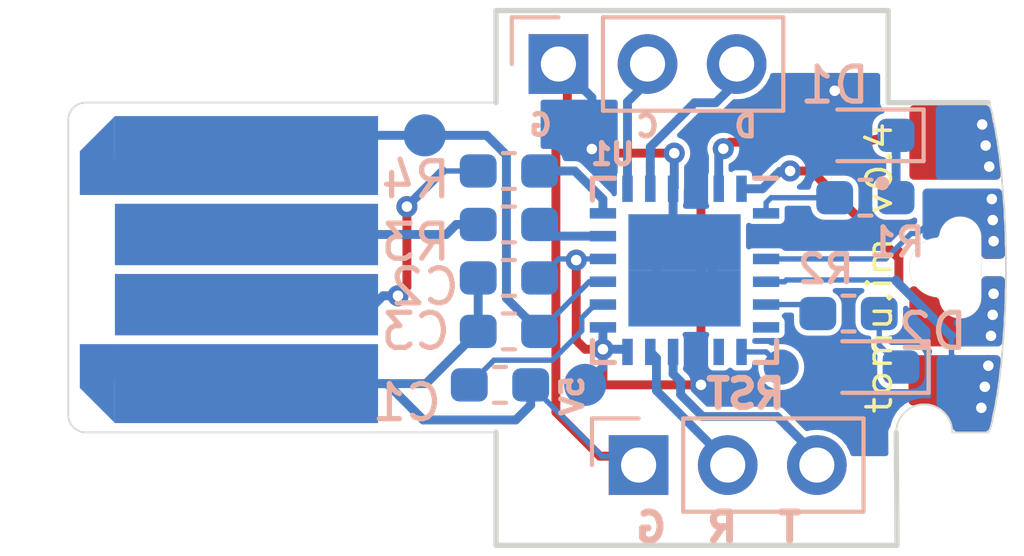
<source format=kicad_pcb>
(kicad_pcb (version 20171130) (host pcbnew 5.1.2-1.fc30)

  (general
    (thickness 0.6)
    (drawings 146)
    (tracks 220)
    (zones 0)
    (modules 17)
    (nets 24)
  )

  (page User 200 150.012)
  (title_block
    (title "Tomu, I'm")
    (date $Id$)
    (company "Tim 'mithro' Ansell <mithro@mithis.com>")
    (comment 1 "License: CC-BY-SA 4.0 or TAPR")
    (comment 2 http://tomu.im)
    (comment 3 https://github.com/mithro/tomu)
  )

  (layers
    (0 F.Cu signal)
    (31 B.Cu signal)
    (32 B.Adhes user)
    (33 F.Adhes user)
    (34 B.Paste user)
    (35 F.Paste user)
    (36 B.SilkS user)
    (37 F.SilkS user)
    (38 B.Mask user)
    (39 F.Mask user)
    (40 Dwgs.User user hide)
    (41 Cmts.User user hide)
    (42 Eco1.User user)
    (43 Eco2.User user)
    (44 Edge.Cuts user)
    (45 Margin user)
    (46 B.CrtYd user)
    (47 F.CrtYd user)
    (48 B.Fab user hide)
    (49 F.Fab user hide)
  )

  (setup
    (last_trace_width 0.254)
    (user_trace_width 0.0254)
    (user_trace_width 0.1016)
    (user_trace_width 0.127)
    (user_trace_width 0.2032)
    (user_trace_width 0.254)
    (user_trace_width 0.3048)
    (trace_clearance 0.1524)
    (zone_clearance 0.1524)
    (zone_45_only no)
    (trace_min 0.1524)
    (via_size 0.6)
    (via_drill 0.3)
    (via_min_size 0.4)
    (via_min_drill 0.3)
    (uvia_size 0.3)
    (uvia_drill 0.1)
    (uvias_allowed no)
    (uvia_min_size 0.2)
    (uvia_min_drill 0.1)
    (edge_width 0.15)
    (segment_width 0.1)
    (pcb_text_width 0.3)
    (pcb_text_size 1.5 1.5)
    (mod_edge_width 0.15)
    (mod_text_size 1 1)
    (mod_text_width 0.15)
    (pad_size 1 1)
    (pad_drill 0)
    (pad_to_mask_clearance 0.07)
    (solder_mask_min_width 0.07)
    (aux_axis_origin 17.025 26.5)
    (visible_elements 7FFFFFEF)
    (pcbplotparams
      (layerselection 0x010fc_80000001)
      (usegerberextensions true)
      (usegerberattributes false)
      (usegerberadvancedattributes false)
      (creategerberjobfile false)
      (excludeedgelayer true)
      (linewidth 0.100000)
      (plotframeref false)
      (viasonmask false)
      (mode 1)
      (useauxorigin false)
      (hpglpennumber 1)
      (hpglpenspeed 20)
      (hpglpendiameter 15.000000)
      (psnegative false)
      (psa4output false)
      (plotreference true)
      (plotvalue true)
      (plotinvisibletext false)
      (padsonsilk false)
      (subtractmaskfromsilk false)
      (outputformat 1)
      (mirror false)
      (drillshape 0)
      (scaleselection 1)
      (outputdirectory "gerber/"))
  )

  (net 0 "")
  (net 1 GND)
  (net 2 +3V3)
  (net 3 /USB_5V)
  (net 4 "Net-(D1-Pad1)")
  (net 5 "Net-(D2-Pad1)")
  (net 6 /DBG_SWDIO)
  (net 7 /DBG_SWCLK)
  (net 8 /USB_D+)
  (net 9 /USB_D-)
  (net 10 /DEC)
  (net 11 /LED1)
  (net 12 /LED0)
  (net 13 /RUSB_D+)
  (net 14 /RUSB_D-)
  (net 15 /CAP0A)
  (net 16 /CAP1A)
  (net 17 /CAP0B)
  (net 18 /CAP1B)
  (net 19 /LEU0_RX)
  (net 20 /LEU0_TX)
  (net 21 "Net-(U1-Pad6)")
  (net 22 "Net-(U1-Pad8)")
  (net 23 //RESET)

  (net_class Default "This is the default net class."
    (clearance 0.1524)
    (trace_width 0.1524)
    (via_dia 0.6)
    (via_drill 0.3)
    (uvia_dia 0.3)
    (uvia_drill 0.1)
    (add_net +3V3)
    (add_net //RESET)
    (add_net /CAP0A)
    (add_net /CAP0B)
    (add_net /CAP1A)
    (add_net /CAP1B)
    (add_net /DBG_SWCLK)
    (add_net /DBG_SWDIO)
    (add_net /DEC)
    (add_net /LED0)
    (add_net /LED1)
    (add_net /LEU0_RX)
    (add_net /LEU0_TX)
    (add_net /RUSB_D+)
    (add_net /RUSB_D-)
    (add_net /USB_5V)
    (add_net /USB_D+)
    (add_net /USB_D-)
    (add_net GND)
    (add_net "Net-(D1-Pad1)")
    (add_net "Net-(D2-Pad1)")
    (add_net "Net-(U1-Pad6)")
    (add_net "Net-(U1-Pad8)")
  )

  (module Resistor_SMD:R_0603_1608Metric_Pad1.05x0.95mm_HandSolder (layer B.Cu) (tedit 5B301BBD) (tstamp 5D29A241)
    (at 48.627 23.368)
    (descr "Resistor SMD 0603 (1608 Metric), square (rectangular) end terminal, IPC_7351 nominal with elongated pad for handsoldering. (Body size source: http://www.tortai-tech.com/upload/download/2011102023233369053.pdf), generated with kicad-footprint-generator")
    (tags "resistor handsolder")
    (path /5798C529)
    (attr smd)
    (fp_text reference R4 (at -2.653 0.254) (layer B.SilkS)
      (effects (font (size 1 1) (thickness 0.15)) (justify mirror))
    )
    (fp_text value "15 Ohm, 1%, 1/16W, 0402" (at 0 -1.43) (layer B.Fab)
      (effects (font (size 1 1) (thickness 0.15)) (justify mirror))
    )
    (fp_text user %R (at 0 0) (layer B.Fab)
      (effects (font (size 0.4 0.4) (thickness 0.06)) (justify mirror))
    )
    (fp_line (start 1.65 -0.73) (end -1.65 -0.73) (layer B.CrtYd) (width 0.05))
    (fp_line (start 1.65 0.73) (end 1.65 -0.73) (layer B.CrtYd) (width 0.05))
    (fp_line (start -1.65 0.73) (end 1.65 0.73) (layer B.CrtYd) (width 0.05))
    (fp_line (start -1.65 -0.73) (end -1.65 0.73) (layer B.CrtYd) (width 0.05))
    (fp_line (start -0.171267 -0.51) (end 0.171267 -0.51) (layer B.SilkS) (width 0.12))
    (fp_line (start -0.171267 0.51) (end 0.171267 0.51) (layer B.SilkS) (width 0.12))
    (fp_line (start 0.8 -0.4) (end -0.8 -0.4) (layer B.Fab) (width 0.1))
    (fp_line (start 0.8 0.4) (end 0.8 -0.4) (layer B.Fab) (width 0.1))
    (fp_line (start -0.8 0.4) (end 0.8 0.4) (layer B.Fab) (width 0.1))
    (fp_line (start -0.8 -0.4) (end -0.8 0.4) (layer B.Fab) (width 0.1))
    (pad 2 smd roundrect (at 0.875 0) (size 1.05 0.95) (layers B.Cu B.Paste B.Mask) (roundrect_rratio 0.25)
      (net 13 /RUSB_D+))
    (pad 1 smd roundrect (at -0.875 0) (size 1.05 0.95) (layers B.Cu B.Paste B.Mask) (roundrect_rratio 0.25)
      (net 8 /USB_D+))
    (model ${KISYS3DMOD}/Resistor_SMD.3dshapes/R_0603_1608Metric.wrl
      (at (xyz 0 0 0))
      (scale (xyz 1 1 1))
      (rotate (xyz 0 0 0))
    )
  )

  (module Resistor_SMD:R_0603_1608Metric_Pad1.05x0.95mm_HandSolder (layer B.Cu) (tedit 5B301BBD) (tstamp 5D29A3D3)
    (at 48.627 24.892)
    (descr "Resistor SMD 0603 (1608 Metric), square (rectangular) end terminal, IPC_7351 nominal with elongated pad for handsoldering. (Body size source: http://www.tortai-tech.com/upload/download/2011102023233369053.pdf), generated with kicad-footprint-generator")
    (tags "resistor handsolder")
    (path /5798C3BC)
    (attr smd)
    (fp_text reference R3 (at -2.653 0.508) (layer B.SilkS)
      (effects (font (size 1 1) (thickness 0.15)) (justify mirror))
    )
    (fp_text value "15 Ohm, 1%, 1/16W, 0402" (at 0 -1.43) (layer B.Fab)
      (effects (font (size 1 1) (thickness 0.15)) (justify mirror))
    )
    (fp_text user %R (at 0 0) (layer B.Fab)
      (effects (font (size 0.4 0.4) (thickness 0.06)) (justify mirror))
    )
    (fp_line (start 1.65 -0.73) (end -1.65 -0.73) (layer B.CrtYd) (width 0.05))
    (fp_line (start 1.65 0.73) (end 1.65 -0.73) (layer B.CrtYd) (width 0.05))
    (fp_line (start -1.65 0.73) (end 1.65 0.73) (layer B.CrtYd) (width 0.05))
    (fp_line (start -1.65 -0.73) (end -1.65 0.73) (layer B.CrtYd) (width 0.05))
    (fp_line (start -0.171267 -0.51) (end 0.171267 -0.51) (layer B.SilkS) (width 0.12))
    (fp_line (start -0.171267 0.51) (end 0.171267 0.51) (layer B.SilkS) (width 0.12))
    (fp_line (start 0.8 -0.4) (end -0.8 -0.4) (layer B.Fab) (width 0.1))
    (fp_line (start 0.8 0.4) (end 0.8 -0.4) (layer B.Fab) (width 0.1))
    (fp_line (start -0.8 0.4) (end 0.8 0.4) (layer B.Fab) (width 0.1))
    (fp_line (start -0.8 -0.4) (end -0.8 0.4) (layer B.Fab) (width 0.1))
    (pad 2 smd roundrect (at 0.875 0) (size 1.05 0.95) (layers B.Cu B.Paste B.Mask) (roundrect_rratio 0.25)
      (net 14 /RUSB_D-))
    (pad 1 smd roundrect (at -0.875 0) (size 1.05 0.95) (layers B.Cu B.Paste B.Mask) (roundrect_rratio 0.25)
      (net 9 /USB_D-))
    (model ${KISYS3DMOD}/Resistor_SMD.3dshapes/R_0603_1608Metric.wrl
      (at (xyz 0 0 0))
      (scale (xyz 1 1 1))
      (rotate (xyz 0 0 0))
    )
  )

  (module Resistor_SMD:R_0603_1608Metric_Pad1.05x0.95mm_HandSolder (layer B.Cu) (tedit 5B301BBD) (tstamp 5D2A3B82)
    (at 58.307 27.432 180)
    (descr "Resistor SMD 0603 (1608 Metric), square (rectangular) end terminal, IPC_7351 nominal with elongated pad for handsoldering. (Body size source: http://www.tortai-tech.com/upload/download/2011102023233369053.pdf), generated with kicad-footprint-generator")
    (tags "resistor handsolder")
    (path /5798F38A)
    (attr smd)
    (fp_text reference R2 (at 0.649 1.27) (layer B.SilkS)
      (effects (font (size 0.8 0.8) (thickness 0.15)) (justify mirror))
    )
    (fp_text value "100 Ohm, 1%, 1/16W, 0402" (at 0 -1.43) (layer B.Fab)
      (effects (font (size 1 1) (thickness 0.15)) (justify mirror))
    )
    (fp_text user %R (at 0 0) (layer B.Fab)
      (effects (font (size 0.4 0.4) (thickness 0.06)) (justify mirror))
    )
    (fp_line (start 1.65 -0.73) (end -1.65 -0.73) (layer B.CrtYd) (width 0.05))
    (fp_line (start 1.65 0.73) (end 1.65 -0.73) (layer B.CrtYd) (width 0.05))
    (fp_line (start -1.65 0.73) (end 1.65 0.73) (layer B.CrtYd) (width 0.05))
    (fp_line (start -1.65 -0.73) (end -1.65 0.73) (layer B.CrtYd) (width 0.05))
    (fp_line (start -0.171267 -0.51) (end 0.171267 -0.51) (layer B.SilkS) (width 0.12))
    (fp_line (start -0.171267 0.51) (end 0.171267 0.51) (layer B.SilkS) (width 0.12))
    (fp_line (start 0.8 -0.4) (end -0.8 -0.4) (layer B.Fab) (width 0.1))
    (fp_line (start 0.8 0.4) (end 0.8 -0.4) (layer B.Fab) (width 0.1))
    (fp_line (start -0.8 0.4) (end 0.8 0.4) (layer B.Fab) (width 0.1))
    (fp_line (start -0.8 -0.4) (end -0.8 0.4) (layer B.Fab) (width 0.1))
    (pad 2 smd roundrect (at 0.875 0 180) (size 1.05 0.95) (layers B.Cu B.Paste B.Mask) (roundrect_rratio 0.25)
      (net 12 /LED0))
    (pad 1 smd roundrect (at -0.875 0 180) (size 1.05 0.95) (layers B.Cu B.Paste B.Mask) (roundrect_rratio 0.25)
      (net 5 "Net-(D2-Pad1)"))
    (model ${KISYS3DMOD}/Resistor_SMD.3dshapes/R_0603_1608Metric.wrl
      (at (xyz 0 0 0))
      (scale (xyz 1 1 1))
      (rotate (xyz 0 0 0))
    )
  )

  (module Resistor_SMD:R_0603_1608Metric_Pad1.05x0.95mm_HandSolder (layer B.Cu) (tedit 5B301BBD) (tstamp 5D29A0D9)
    (at 58.787 24.13)
    (descr "Resistor SMD 0603 (1608 Metric), square (rectangular) end terminal, IPC_7351 nominal with elongated pad for handsoldering. (Body size source: http://www.tortai-tech.com/upload/download/2011102023233369053.pdf), generated with kicad-footprint-generator")
    (tags "resistor handsolder")
    (path /5798F3FD)
    (attr smd)
    (fp_text reference R1 (at 0.903 1.27) (layer B.SilkS)
      (effects (font (size 0.8 0.8) (thickness 0.15)) (justify mirror))
    )
    (fp_text value "100 Ohm, 1%, 1/16W, 0402" (at 0 -1.43) (layer B.Fab)
      (effects (font (size 1 1) (thickness 0.15)) (justify mirror))
    )
    (fp_text user %R (at 0 0) (layer B.Fab)
      (effects (font (size 0.4 0.4) (thickness 0.06)) (justify mirror))
    )
    (fp_line (start 1.65 -0.73) (end -1.65 -0.73) (layer B.CrtYd) (width 0.05))
    (fp_line (start 1.65 0.73) (end 1.65 -0.73) (layer B.CrtYd) (width 0.05))
    (fp_line (start -1.65 0.73) (end 1.65 0.73) (layer B.CrtYd) (width 0.05))
    (fp_line (start -1.65 -0.73) (end -1.65 0.73) (layer B.CrtYd) (width 0.05))
    (fp_line (start -0.171267 -0.51) (end 0.171267 -0.51) (layer B.SilkS) (width 0.12))
    (fp_line (start -0.171267 0.51) (end 0.171267 0.51) (layer B.SilkS) (width 0.12))
    (fp_line (start 0.8 -0.4) (end -0.8 -0.4) (layer B.Fab) (width 0.1))
    (fp_line (start 0.8 0.4) (end 0.8 -0.4) (layer B.Fab) (width 0.1))
    (fp_line (start -0.8 0.4) (end 0.8 0.4) (layer B.Fab) (width 0.1))
    (fp_line (start -0.8 -0.4) (end -0.8 0.4) (layer B.Fab) (width 0.1))
    (pad 2 smd roundrect (at 0.875 0) (size 1.05 0.95) (layers B.Cu B.Paste B.Mask) (roundrect_rratio 0.25)
      (net 4 "Net-(D1-Pad1)"))
    (pad 1 smd roundrect (at -0.875 0) (size 1.05 0.95) (layers B.Cu B.Paste B.Mask) (roundrect_rratio 0.25)
      (net 11 /LED1))
    (model ${KISYS3DMOD}/Resistor_SMD.3dshapes/R_0603_1608Metric.wrl
      (at (xyz 0 0 0))
      (scale (xyz 1 1 1))
      (rotate (xyz 0 0 0))
    )
  )

  (module LED_SMD:LED_0603_1608Metric_Pad1.05x0.95mm_HandSolder (layer B.Cu) (tedit 5B4B45C9) (tstamp 5D29A2D3)
    (at 58.928 28.956 180)
    (descr "LED SMD 0603 (1608 Metric), square (rectangular) end terminal, IPC_7351 nominal, (Body size source: http://www.tortai-tech.com/upload/download/2011102023233369053.pdf), generated with kicad-footprint-generator")
    (tags "LED handsolder")
    (path /5798F173)
    (attr smd)
    (fp_text reference D2 (at -1.778 1.016) (layer B.SilkS)
      (effects (font (size 1 1) (thickness 0.15)) (justify mirror))
    )
    (fp_text value "LED, Red, 0402" (at 0 -1.43) (layer B.Fab)
      (effects (font (size 1 1) (thickness 0.15)) (justify mirror))
    )
    (fp_line (start 0.8 0.4) (end -0.5 0.4) (layer B.Fab) (width 0.1))
    (fp_line (start -0.5 0.4) (end -0.8 0.1) (layer B.Fab) (width 0.1))
    (fp_line (start -0.8 0.1) (end -0.8 -0.4) (layer B.Fab) (width 0.1))
    (fp_line (start -0.8 -0.4) (end 0.8 -0.4) (layer B.Fab) (width 0.1))
    (fp_line (start 0.8 -0.4) (end 0.8 0.4) (layer B.Fab) (width 0.1))
    (fp_line (start 0.8 0.735) (end -1.66 0.735) (layer B.SilkS) (width 0.12))
    (fp_line (start -1.66 0.735) (end -1.66 -0.735) (layer B.SilkS) (width 0.12))
    (fp_line (start -1.66 -0.735) (end 0.8 -0.735) (layer B.SilkS) (width 0.12))
    (fp_line (start -1.65 -0.73) (end -1.65 0.73) (layer B.CrtYd) (width 0.05))
    (fp_line (start -1.65 0.73) (end 1.65 0.73) (layer B.CrtYd) (width 0.05))
    (fp_line (start 1.65 0.73) (end 1.65 -0.73) (layer B.CrtYd) (width 0.05))
    (fp_line (start 1.65 -0.73) (end -1.65 -0.73) (layer B.CrtYd) (width 0.05))
    (fp_text user %R (at 0 0) (layer B.Fab)
      (effects (font (size 0.4 0.4) (thickness 0.06)) (justify mirror))
    )
    (pad 1 smd roundrect (at -0.875 0 180) (size 1.05 0.95) (layers B.Cu B.Paste B.Mask) (roundrect_rratio 0.25)
      (net 5 "Net-(D2-Pad1)"))
    (pad 2 smd roundrect (at 0.875 0 180) (size 1.05 0.95) (layers B.Cu B.Paste B.Mask) (roundrect_rratio 0.25)
      (net 2 +3V3))
    (model ${KISYS3DMOD}/LED_SMD.3dshapes/LED_0603_1608Metric.wrl
      (at (xyz 0 0 0))
      (scale (xyz 1 1 1))
      (rotate (xyz 0 0 0))
    )
  )

  (module LED_SMD:LED_0603_1608Metric_Pad1.05x0.95mm_HandSolder (layer B.Cu) (tedit 5B4B45C9) (tstamp 5D29A75F)
    (at 58.787 22.352 180)
    (descr "LED SMD 0603 (1608 Metric), square (rectangular) end terminal, IPC_7351 nominal, (Body size source: http://www.tortai-tech.com/upload/download/2011102023233369053.pdf), generated with kicad-footprint-generator")
    (tags "LED handsolder")
    (path /5798F0D5)
    (attr smd)
    (fp_text reference D1 (at 0.875 1.43) (layer B.SilkS)
      (effects (font (size 1 1) (thickness 0.15)) (justify mirror))
    )
    (fp_text value "LED Green 0402 " (at 0 -1.43) (layer B.Fab)
      (effects (font (size 1 1) (thickness 0.15)) (justify mirror))
    )
    (fp_text user %R (at 0 0) (layer B.Fab)
      (effects (font (size 0.4 0.4) (thickness 0.06)) (justify mirror))
    )
    (fp_line (start 1.65 -0.73) (end -1.65 -0.73) (layer B.CrtYd) (width 0.05))
    (fp_line (start 1.65 0.73) (end 1.65 -0.73) (layer B.CrtYd) (width 0.05))
    (fp_line (start -1.65 0.73) (end 1.65 0.73) (layer B.CrtYd) (width 0.05))
    (fp_line (start -1.65 -0.73) (end -1.65 0.73) (layer B.CrtYd) (width 0.05))
    (fp_line (start -1.66 -0.735) (end 0.8 -0.735) (layer B.SilkS) (width 0.12))
    (fp_line (start -1.66 0.735) (end -1.66 -0.735) (layer B.SilkS) (width 0.12))
    (fp_line (start 0.8 0.735) (end -1.66 0.735) (layer B.SilkS) (width 0.12))
    (fp_line (start 0.8 -0.4) (end 0.8 0.4) (layer B.Fab) (width 0.1))
    (fp_line (start -0.8 -0.4) (end 0.8 -0.4) (layer B.Fab) (width 0.1))
    (fp_line (start -0.8 0.1) (end -0.8 -0.4) (layer B.Fab) (width 0.1))
    (fp_line (start -0.5 0.4) (end -0.8 0.1) (layer B.Fab) (width 0.1))
    (fp_line (start 0.8 0.4) (end -0.5 0.4) (layer B.Fab) (width 0.1))
    (pad 2 smd roundrect (at 0.875 0 180) (size 1.05 0.95) (layers B.Cu B.Paste B.Mask) (roundrect_rratio 0.25)
      (net 2 +3V3))
    (pad 1 smd roundrect (at -0.875 0 180) (size 1.05 0.95) (layers B.Cu B.Paste B.Mask) (roundrect_rratio 0.25)
      (net 4 "Net-(D1-Pad1)"))
    (model ${KISYS3DMOD}/LED_SMD.3dshapes/LED_0603_1608Metric.wrl
      (at (xyz 0 0 0))
      (scale (xyz 1 1 1))
      (rotate (xyz 0 0 0))
    )
  )

  (module Capacitor_SMD:C_0603_1608Metric_Pad1.05x0.95mm_HandSolder (layer B.Cu) (tedit 5B301BBE) (tstamp 5D29A391)
    (at 48.627 27.94 180)
    (descr "Capacitor SMD 0603 (1608 Metric), square (rectangular) end terminal, IPC_7351 nominal with elongated pad for handsoldering. (Body size source: http://www.tortai-tech.com/upload/download/2011102023233369053.pdf), generated with kicad-footprint-generator")
    (tags "capacitor handsolder")
    (path /5798BA32)
    (attr smd)
    (fp_text reference C3 (at 2.653 0) (layer B.SilkS)
      (effects (font (size 1 1) (thickness 0.15)) (justify mirror))
    )
    (fp_text value "4.7uF, 6.3V, X5R, 0402" (at 0 -1.43) (layer B.Fab)
      (effects (font (size 1 1) (thickness 0.15)) (justify mirror))
    )
    (fp_text user %R (at 0 0) (layer B.Fab)
      (effects (font (size 0.4 0.4) (thickness 0.06)) (justify mirror))
    )
    (fp_line (start 1.65 -0.73) (end -1.65 -0.73) (layer B.CrtYd) (width 0.05))
    (fp_line (start 1.65 0.73) (end 1.65 -0.73) (layer B.CrtYd) (width 0.05))
    (fp_line (start -1.65 0.73) (end 1.65 0.73) (layer B.CrtYd) (width 0.05))
    (fp_line (start -1.65 -0.73) (end -1.65 0.73) (layer B.CrtYd) (width 0.05))
    (fp_line (start -0.171267 -0.51) (end 0.171267 -0.51) (layer B.SilkS) (width 0.12))
    (fp_line (start -0.171267 0.51) (end 0.171267 0.51) (layer B.SilkS) (width 0.12))
    (fp_line (start 0.8 -0.4) (end -0.8 -0.4) (layer B.Fab) (width 0.1))
    (fp_line (start 0.8 0.4) (end 0.8 -0.4) (layer B.Fab) (width 0.1))
    (fp_line (start -0.8 0.4) (end 0.8 0.4) (layer B.Fab) (width 0.1))
    (fp_line (start -0.8 -0.4) (end -0.8 0.4) (layer B.Fab) (width 0.1))
    (pad 2 smd roundrect (at 0.875 0 180) (size 1.05 0.95) (layers B.Cu B.Paste B.Mask) (roundrect_rratio 0.25)
      (net 1 GND))
    (pad 1 smd roundrect (at -0.875 0 180) (size 1.05 0.95) (layers B.Cu B.Paste B.Mask) (roundrect_rratio 0.25)
      (net 3 /USB_5V))
    (model ${KISYS3DMOD}/Capacitor_SMD.3dshapes/C_0603_1608Metric.wrl
      (at (xyz 0 0 0))
      (scale (xyz 1 1 1))
      (rotate (xyz 0 0 0))
    )
  )

  (module Capacitor_SMD:C_0603_1608Metric_Pad1.05x0.95mm_HandSolder (layer B.Cu) (tedit 5B301BBE) (tstamp 5D29A622)
    (at 48.627 26.416 180)
    (descr "Capacitor SMD 0603 (1608 Metric), square (rectangular) end terminal, IPC_7351 nominal with elongated pad for handsoldering. (Body size source: http://www.tortai-tech.com/upload/download/2011102023233369053.pdf), generated with kicad-footprint-generator")
    (tags "capacitor handsolder")
    (path /5798B89B)
    (attr smd)
    (fp_text reference C2 (at 2.399 -0.254) (layer B.SilkS)
      (effects (font (size 1 1) (thickness 0.15)) (justify mirror))
    )
    (fp_text value "1uF, 10V, X5R, 0402" (at 0 -1.43) (layer B.Fab)
      (effects (font (size 1 1) (thickness 0.15)) (justify mirror))
    )
    (fp_text user %R (at 0 0) (layer B.Fab)
      (effects (font (size 0.4 0.4) (thickness 0.06)) (justify mirror))
    )
    (fp_line (start 1.65 -0.73) (end -1.65 -0.73) (layer B.CrtYd) (width 0.05))
    (fp_line (start 1.65 0.73) (end 1.65 -0.73) (layer B.CrtYd) (width 0.05))
    (fp_line (start -1.65 0.73) (end 1.65 0.73) (layer B.CrtYd) (width 0.05))
    (fp_line (start -1.65 -0.73) (end -1.65 0.73) (layer B.CrtYd) (width 0.05))
    (fp_line (start -0.171267 -0.51) (end 0.171267 -0.51) (layer B.SilkS) (width 0.12))
    (fp_line (start -0.171267 0.51) (end 0.171267 0.51) (layer B.SilkS) (width 0.12))
    (fp_line (start 0.8 -0.4) (end -0.8 -0.4) (layer B.Fab) (width 0.1))
    (fp_line (start 0.8 0.4) (end 0.8 -0.4) (layer B.Fab) (width 0.1))
    (fp_line (start -0.8 0.4) (end 0.8 0.4) (layer B.Fab) (width 0.1))
    (fp_line (start -0.8 -0.4) (end -0.8 0.4) (layer B.Fab) (width 0.1))
    (pad 2 smd roundrect (at 0.875 0 180) (size 1.05 0.95) (layers B.Cu B.Paste B.Mask) (roundrect_rratio 0.25)
      (net 1 GND))
    (pad 1 smd roundrect (at -0.875 0 180) (size 1.05 0.95) (layers B.Cu B.Paste B.Mask) (roundrect_rratio 0.25)
      (net 2 +3V3))
    (model ${KISYS3DMOD}/Capacitor_SMD.3dshapes/C_0603_1608Metric.wrl
      (at (xyz 0 0 0))
      (scale (xyz 1 1 1))
      (rotate (xyz 0 0 0))
    )
  )

  (module Capacitor_SMD:C_0603_1608Metric_Pad1.05x0.95mm_HandSolder (layer B.Cu) (tedit 5B301BBE) (tstamp 5D29A78D)
    (at 48.373 29.464 180)
    (descr "Capacitor SMD 0603 (1608 Metric), square (rectangular) end terminal, IPC_7351 nominal with elongated pad for handsoldering. (Body size source: http://www.tortai-tech.com/upload/download/2011102023233369053.pdf), generated with kicad-footprint-generator")
    (tags "capacitor handsolder")
    (path /5798BCD7)
    (attr smd)
    (fp_text reference C1 (at 2.653 -0.508) (layer B.SilkS)
      (effects (font (size 1 1) (thickness 0.15)) (justify mirror))
    )
    (fp_text value "1uF, 10V, X5R, 0402" (at 0 -1.43) (layer B.Fab)
      (effects (font (size 1 1) (thickness 0.15)) (justify mirror))
    )
    (fp_text user %R (at 0 0) (layer B.Fab)
      (effects (font (size 0.4 0.4) (thickness 0.06)) (justify mirror))
    )
    (fp_line (start 1.65 -0.73) (end -1.65 -0.73) (layer B.CrtYd) (width 0.05))
    (fp_line (start 1.65 0.73) (end 1.65 -0.73) (layer B.CrtYd) (width 0.05))
    (fp_line (start -1.65 0.73) (end 1.65 0.73) (layer B.CrtYd) (width 0.05))
    (fp_line (start -1.65 -0.73) (end -1.65 0.73) (layer B.CrtYd) (width 0.05))
    (fp_line (start -0.171267 -0.51) (end 0.171267 -0.51) (layer B.SilkS) (width 0.12))
    (fp_line (start -0.171267 0.51) (end 0.171267 0.51) (layer B.SilkS) (width 0.12))
    (fp_line (start 0.8 -0.4) (end -0.8 -0.4) (layer B.Fab) (width 0.1))
    (fp_line (start 0.8 0.4) (end 0.8 -0.4) (layer B.Fab) (width 0.1))
    (fp_line (start -0.8 0.4) (end 0.8 0.4) (layer B.Fab) (width 0.1))
    (fp_line (start -0.8 -0.4) (end -0.8 0.4) (layer B.Fab) (width 0.1))
    (pad 2 smd roundrect (at 0.875 0 180) (size 1.05 0.95) (layers B.Cu B.Paste B.Mask) (roundrect_rratio 0.25)
      (net 10 /DEC))
    (pad 1 smd roundrect (at -0.875 0 180) (size 1.05 0.95) (layers B.Cu B.Paste B.Mask) (roundrect_rratio 0.25)
      (net 1 GND))
    (model ${KISYS3DMOD}/Capacitor_SMD.3dshapes/C_0603_1608Metric.wrl
      (at (xyz 0 0 0))
      (scale (xyz 1 1 1))
      (rotate (xyz 0 0 0))
    )
  )

  (module usb-pcb:pads-1x1 (layer B.Cu) (tedit 5A55D982) (tstamp 5D29E2D2)
    (at 50.8 29.464)
    (descr "Through hole pin header")
    (tags "pin header")
    (path /5A7007C6)
    (fp_text reference P6 (at 0.1 2.9) (layer Dwgs.User)
      (effects (font (size 1 1) (thickness 0.15)))
    )
    (fp_text value 3V_PAD (at 0 1.6) (layer B.Fab)
      (effects (font (size 1 1) (thickness 0.15)) (justify mirror))
    )
    (pad 1 smd oval (at 0 0) (size 1.2 1.2) (layers B.Cu B.Mask)
      (net 2 +3V3) (zone_connect 2))
  )

  (module Connector_PinHeader_2.54mm:PinHeader_1x03_P2.54mm_Vertical (layer B.Cu) (tedit 59FED5CC) (tstamp 5D29CC18)
    (at 50.038 20.32 270)
    (descr "Through hole straight pin header, 1x03, 2.54mm pitch, single row")
    (tags "Through hole pin header THT 1x03 2.54mm single row")
    (path /5A55837D)
    (fp_text reference P2 (at 0 2.33 270) (layer B.SilkS) hide
      (effects (font (size 1 1) (thickness 0.15)) (justify mirror))
    )
    (fp_text value DEBUG (at 0 -7.41 270) (layer B.Fab)
      (effects (font (size 1 1) (thickness 0.15)) (justify mirror))
    )
    (fp_text user %R (at 0 -2.54) (layer B.Fab)
      (effects (font (size 1 1) (thickness 0.15)) (justify mirror))
    )
    (fp_line (start 1.8 1.8) (end -1.8 1.8) (layer B.CrtYd) (width 0.05))
    (fp_line (start 1.8 -6.85) (end 1.8 1.8) (layer B.CrtYd) (width 0.05))
    (fp_line (start -1.8 -6.85) (end 1.8 -6.85) (layer B.CrtYd) (width 0.05))
    (fp_line (start -1.8 1.8) (end -1.8 -6.85) (layer B.CrtYd) (width 0.05))
    (fp_line (start -1.33 1.33) (end 0 1.33) (layer B.SilkS) (width 0.12))
    (fp_line (start -1.33 0) (end -1.33 1.33) (layer B.SilkS) (width 0.12))
    (fp_line (start -1.33 -1.27) (end 1.33 -1.27) (layer B.SilkS) (width 0.12))
    (fp_line (start 1.33 -1.27) (end 1.33 -6.41) (layer B.SilkS) (width 0.12))
    (fp_line (start -1.33 -1.27) (end -1.33 -6.41) (layer B.SilkS) (width 0.12))
    (fp_line (start -1.33 -6.41) (end 1.33 -6.41) (layer B.SilkS) (width 0.12))
    (fp_line (start -1.27 0.635) (end -0.635 1.27) (layer B.Fab) (width 0.1))
    (fp_line (start -1.27 -6.35) (end -1.27 0.635) (layer B.Fab) (width 0.1))
    (fp_line (start 1.27 -6.35) (end -1.27 -6.35) (layer B.Fab) (width 0.1))
    (fp_line (start 1.27 1.27) (end 1.27 -6.35) (layer B.Fab) (width 0.1))
    (fp_line (start -0.635 1.27) (end 1.27 1.27) (layer B.Fab) (width 0.1))
    (pad 3 thru_hole oval (at 0 -5.08 270) (size 1.7 1.7) (drill 1) (layers *.Cu *.Mask)
      (net 6 /DBG_SWDIO))
    (pad 2 thru_hole oval (at 0 -2.54 270) (size 1.7 1.7) (drill 1) (layers *.Cu *.Mask)
      (net 7 /DBG_SWCLK))
    (pad 1 thru_hole rect (at 0 0 270) (size 1.7 1.7) (drill 1) (layers *.Cu *.Mask)
      (net 1 GND))
    (model ${KISYS3DMOD}/Connector_PinHeader_2.54mm.3dshapes/PinHeader_1x03_P2.54mm_Vertical.wrl
      (at (xyz 0 0 0))
      (scale (xyz 1 1 1))
      (rotate (xyz 0 0 0))
    )
  )

  (module usb-pcb:USB-PCB (layer B.Cu) (tedit 5A77B315) (tstamp 5D29A699)
    (at 36.148 20.678)
    (path /5798BECB)
    (solder_mask_margin 0.000001)
    (attr virtual)
    (fp_text reference P3 (at 1.25 -1.65) (layer Cmts.User)
      (effects (font (size 1 1) (thickness 0.15)))
    )
    (fp_text value USB-PCB (at 3.575 -0.2) (layer B.Fab)
      (effects (font (size 1 1) (thickness 0.15)) (justify mirror))
    )
    (fp_text user + (at 9.46 6.43 -90) (layer B.SilkS) hide
      (effects (font (size 1 1) (thickness 0.15)) (justify mirror))
    )
    (fp_text user 5V (at 9.55 2.15 -90) (layer B.SilkS) hide
      (effects (font (size 0.8 0.8) (thickness 0.15)) (justify mirror))
    )
    (fp_line (start 0 11) (end 0 13) (layer Cmts.User) (width 0.05))
    (fp_line (start 0 12) (end 0.5 11.5) (layer Cmts.User) (width 0.05))
    (fp_line (start 0 12) (end 0.5 12.5) (layer Cmts.User) (width 0.05))
    (fp_line (start 12 12) (end 0 12) (layer Cmts.User) (width 0.05))
    (fp_line (start 11.5 11.5) (end 12 12) (layer Cmts.User) (width 0.05))
    (fp_line (start 12 12) (end 11.5 11.5) (layer Cmts.User) (width 0.05))
    (fp_line (start 11.5 12.5) (end 12 12) (layer Cmts.User) (width 0.05))
    (fp_line (start 12 12) (end 11.5 12.5) (layer Cmts.User) (width 0.05))
    (fp_line (start 12 11) (end 12 13) (layer Cmts.User) (width 0.05))
    (fp_text user 12.00mm (at 6 12.5) (layer Cmts.User)
      (effects (font (size 1 1) (thickness 0.05)))
    )
    (fp_line (start 12 0.8) (end 12 10.2) (layer Dwgs.User) (width 0.05))
    (fp_line (start 12 10.2) (end 0 10.2) (layer Dwgs.User) (width 0.05))
    (fp_line (start 12 0.8) (end 0 0.8) (layer Dwgs.User) (width 0.05))
    (fp_line (start 0 0.8) (end 0 10.2) (layer Dwgs.User) (width 0.05))
    (fp_line (start 13.5 0) (end 13.5 11) (layer Cmts.User) (width 0.05))
    (fp_line (start 12 11) (end 14 11) (layer Cmts.User) (width 0.05))
    (fp_line (start 13.5 11) (end 13 10.5) (layer Cmts.User) (width 0.05))
    (fp_line (start 13.5 11) (end 14 10.5) (layer Cmts.User) (width 0.05))
    (fp_line (start 12 0) (end 14 0) (layer Cmts.User) (width 0.05))
    (fp_text user 11.00mm (at 13 5 -90) (layer Cmts.User)
      (effects (font (size 1 1) (thickness 0.05)))
    )
    (fp_line (start 13.5 0) (end 14 0.5) (layer Cmts.User) (width 0.05))
    (fp_line (start 13 0.5) (end 13.5 0) (layer Cmts.User) (width 0.05))
    (fp_line (start 13.5 0) (end 13 0.5) (layer Cmts.User) (width 0.05))
    (fp_line (start 14 0.5) (end 13.5 0) (layer Cmts.User) (width 0.05))
    (fp_line (start -1 7.5) (end -0.5 8) (layer Cmts.User) (width 0.05))
    (fp_line (start -1 11) (end -1 7.5) (layer Cmts.User) (width 0.05))
    (fp_line (start -1 11) (end -0.5 10.5) (layer Cmts.User) (width 0.05))
    (fp_line (start -1.5 10.5) (end -1 11) (layer Cmts.User) (width 0.05))
    (fp_line (start -0.5 10.5) (end -1 11) (layer Cmts.User) (width 0.05))
    (fp_line (start -1 11) (end -1.5 10.5) (layer Cmts.User) (width 0.05))
    (fp_line (start -1 7.5) (end -1.5 8) (layer Cmts.User) (width 0.05))
    (fp_line (start 0 11) (end -2 11) (layer Cmts.User) (width 0.05))
    (fp_line (start 0 7.5) (end -2 7.5) (layer Cmts.User) (width 0.05))
    (fp_line (start -1 0) (end -0.5 0.5) (layer Cmts.User) (width 0.05))
    (fp_text user 3.50mm (at -1.5 2 -90) (layer Cmts.User)
      (effects (font (size 0.25 0.14) (thickness 0.035)))
    )
    (fp_line (start -1 3.5) (end -1 0) (layer Cmts.User) (width 0.05))
    (fp_line (start -1 0) (end -1.5 0.5) (layer Cmts.User) (width 0.05))
    (fp_line (start -1 3.5) (end -1.5 3) (layer Cmts.User) (width 0.05))
    (fp_line (start -1.5 3) (end -1 3.5) (layer Cmts.User) (width 0.05))
    (fp_line (start -1 3.5) (end -0.5 3) (layer Cmts.User) (width 0.05))
    (fp_line (start -0.5 3) (end -1 3.5) (layer Cmts.User) (width 0.05))
    (fp_line (start 0 3.5) (end -2 3.5) (layer Cmts.User) (width 0.05))
    (fp_line (start 0 0) (end -2 0) (layer Cmts.User) (width 0.05))
    (fp_line (start -0.5 5) (end -1 5.5) (layer Cmts.User) (width 0.05))
    (fp_line (start -1 5.5) (end -1.5 5) (layer Cmts.User) (width 0.05))
    (fp_line (start -1.5 5) (end -1 5.5) (layer Cmts.User) (width 0.05))
    (fp_line (start -1 5.5) (end -0.5 5) (layer Cmts.User) (width 0.05))
    (fp_line (start 0 5.5) (end -2 5.5) (layer Cmts.User) (width 0.05))
    (fp_line (start -1 5.5) (end -1 3.5) (layer Cmts.User) (width 0.05))
    (fp_line (start -1 3.5) (end -1.5 4) (layer Cmts.User) (width 0.05))
    (fp_line (start -1 3.5) (end -0.5 4) (layer Cmts.User) (width 0.05))
    (fp_text user 2.00mm (at -1.5 4.5 -90) (layer Cmts.User)
      (effects (font (size 0.25 0.15) (thickness 0.0375)))
    )
    (fp_text user 2.00mm (at -1.5 6.5 -90) (layer Cmts.User)
      (effects (font (size 0.25 0.15) (thickness 0.0375)))
    )
    (fp_line (start -0.5 7) (end -1 7.5) (layer Cmts.User) (width 0.05))
    (fp_line (start -1 7.5) (end -1.5 7) (layer Cmts.User) (width 0.05))
    (fp_line (start -1 7.5) (end -0.5 7) (layer Cmts.User) (width 0.05))
    (fp_line (start -1.5 7) (end -1 7.5) (layer Cmts.User) (width 0.05))
    (fp_line (start -1 7.5) (end -1 5.5) (layer Cmts.User) (width 0.05))
    (fp_line (start -1 5.5) (end -1.5 6) (layer Cmts.User) (width 0.05))
    (fp_line (start -1 5.5) (end -0.5 6) (layer Cmts.User) (width 0.05))
    (fp_text user 3.50mm (at -1.5 9.5 -90) (layer Cmts.User)
      (effects (font (size 0.25 0.14) (thickness 0.035)))
    )
    (fp_text user - (at 9.44 4.54 -90) (layer B.SilkS) hide
      (effects (font (size 1 1) (thickness 0.15)) (justify mirror))
    )
    (fp_text user GND (at 9.5 8.9 -90) (layer B.SilkS) hide
      (effects (font (size 0.8 0.8) (thickness 0.15)) (justify mirror))
    )
    (pad 1 connect rect (at 5 2.25) (size 7.5 2.25) (layers B.Cu B.Mask)
      (net 3 /USB_5V) (zone_connect 2))
    (pad 4 connect rect (at 5 8.75) (size 7.5 2.25) (layers B.Cu B.Mask)
      (net 1 GND) (zone_connect 2))
    (pad 2 connect rect (at 5 4.5) (size 7.5 1.75) (layers B.Cu B.Mask)
      (net 9 /USB_D-) (zone_connect 2))
    (pad 3 connect rect (at 5 6.5) (size 7.5 1.75) (layers B.Cu B.Mask)
      (net 8 /USB_D+) (zone_connect 2))
    (pad 1 connect trapezoid (at 0.75 2.25 180) (size 1 1.25) (rect_delta 1 0 ) (layers B.Cu B.Mask)
      (net 3 /USB_5V) (zone_connect 2))
    (pad 4 connect trapezoid (at 0.75 8.75 180) (size 1 1.25) (rect_delta 1 0 ) (layers B.Cu B.Mask)
      (net 1 GND) (zone_connect 2))
    (pad 1 connect rect (at 0.75 2.875 180) (size 1 1) (layers B.Cu B.Mask)
      (net 3 /USB_5V))
    (pad 4 connect rect (at 0.75 8.125 180) (size 1 1) (layers B.Cu B.Mask)
      (net 1 GND))
  )

  (module Connector_PinHeader_2.54mm:PinHeader_1x03_P2.54mm_Vertical (layer B.Cu) (tedit 59FED5CC) (tstamp 5D29CC01)
    (at 52.324 31.75 270)
    (descr "Through hole straight pin header, 1x03, 2.54mm pitch, single row")
    (tags "Through hole pin header THT 1x03 2.54mm single row")
    (path /5A55AC38)
    (fp_text reference P1 (at 0 2.33 270) (layer B.SilkS) hide
      (effects (font (size 1 1) (thickness 0.15)) (justify mirror))
    )
    (fp_text value USART0 (at 0 -7.41 270) (layer B.Fab)
      (effects (font (size 1 1) (thickness 0.15)) (justify mirror))
    )
    (fp_text user %R (at 0 -2.54) (layer B.Fab)
      (effects (font (size 1 1) (thickness 0.15)) (justify mirror))
    )
    (fp_line (start 1.8 1.8) (end -1.8 1.8) (layer B.CrtYd) (width 0.05))
    (fp_line (start 1.8 -6.85) (end 1.8 1.8) (layer B.CrtYd) (width 0.05))
    (fp_line (start -1.8 -6.85) (end 1.8 -6.85) (layer B.CrtYd) (width 0.05))
    (fp_line (start -1.8 1.8) (end -1.8 -6.85) (layer B.CrtYd) (width 0.05))
    (fp_line (start -1.33 1.33) (end 0 1.33) (layer B.SilkS) (width 0.12))
    (fp_line (start -1.33 0) (end -1.33 1.33) (layer B.SilkS) (width 0.12))
    (fp_line (start -1.33 -1.27) (end 1.33 -1.27) (layer B.SilkS) (width 0.12))
    (fp_line (start 1.33 -1.27) (end 1.33 -6.41) (layer B.SilkS) (width 0.12))
    (fp_line (start -1.33 -1.27) (end -1.33 -6.41) (layer B.SilkS) (width 0.12))
    (fp_line (start -1.33 -6.41) (end 1.33 -6.41) (layer B.SilkS) (width 0.12))
    (fp_line (start -1.27 0.635) (end -0.635 1.27) (layer B.Fab) (width 0.1))
    (fp_line (start -1.27 -6.35) (end -1.27 0.635) (layer B.Fab) (width 0.1))
    (fp_line (start 1.27 -6.35) (end -1.27 -6.35) (layer B.Fab) (width 0.1))
    (fp_line (start 1.27 1.27) (end 1.27 -6.35) (layer B.Fab) (width 0.1))
    (fp_line (start -0.635 1.27) (end 1.27 1.27) (layer B.Fab) (width 0.1))
    (pad 3 thru_hole oval (at 0 -5.08 270) (size 1.7 1.7) (drill 1) (layers *.Cu *.Mask)
      (net 20 /LEU0_TX))
    (pad 2 thru_hole oval (at 0 -2.54 270) (size 1.7 1.7) (drill 1) (layers *.Cu *.Mask)
      (net 19 /LEU0_RX))
    (pad 1 thru_hole rect (at 0 0 270) (size 1.7 1.7) (drill 1) (layers *.Cu *.Mask)
      (net 1 GND))
    (model ${KISYS3DMOD}/Connector_PinHeader_2.54mm.3dshapes/PinHeader_1x03_P2.54mm_Vertical.wrl
      (at (xyz 0 0 0))
      (scale (xyz 1 1 1))
      (rotate (xyz 0 0 0))
    )
  )

  (module Housings_DFN_QFN:QFN-24-1EP_5x5mm_Pitch0.65mm (layer B.Cu) (tedit 5A559107) (tstamp 5D2A1568)
    (at 53.632 26.2 180)
    (descr "UH Package; 24-Lead Plastic QFN (5mm x 5mm); (see Linear Technology (UH24) QFN 05-08-1747 Rev A.pdf)")
    (tags "QFN 0.65")
    (path /5798B6D7)
    (solder_mask_margin 0.03)
    (attr smd)
    (fp_text reference U1 (at 2.05 3.31) (layer B.SilkS)
      (effects (font (size 0.6 0.6) (thickness 0.15)) (justify mirror))
    )
    (fp_text value EFM32HG309 (at 0 -3.7 180) (layer B.Fab)
      (effects (font (size 1 1) (thickness 0.15)) (justify mirror))
    )
    (fp_line (start 2.625 2.625) (end 2 2.625) (layer B.SilkS) (width 0.15))
    (fp_line (start 2.625 -2.625) (end 2 -2.625) (layer B.SilkS) (width 0.15))
    (fp_line (start -2.625 -2.625) (end -2 -2.625) (layer B.SilkS) (width 0.15))
    (fp_line (start -2.625 2.625) (end -2 2.625) (layer B.SilkS) (width 0.15))
    (fp_line (start 2.625 -2.625) (end 2.625 -2) (layer B.SilkS) (width 0.15))
    (fp_line (start -2.625 -2.625) (end -2.625 -2) (layer B.SilkS) (width 0.15))
    (fp_line (start 2.625 2.625) (end 2.625 2) (layer B.SilkS) (width 0.15))
    (fp_line (start -2.95 -2.95) (end 2.95 -2.95) (layer B.CrtYd) (width 0.05))
    (fp_line (start -2.95 2.95) (end 2.95 2.95) (layer B.CrtYd) (width 0.05))
    (fp_line (start 2.95 2.95) (end 2.95 -2.95) (layer B.CrtYd) (width 0.05))
    (fp_line (start -2.95 2.95) (end -2.95 -2.95) (layer B.CrtYd) (width 0.05))
    (fp_line (start -2.5 1.5) (end -1.5 2.5) (layer B.Fab) (width 0.15))
    (fp_line (start -2.5 -2.5) (end -2.5 1.5) (layer B.Fab) (width 0.15))
    (fp_line (start 2.5 -2.5) (end -2.5 -2.5) (layer B.Fab) (width 0.15))
    (fp_line (start 2.5 2.5) (end 2.5 -2.5) (layer B.Fab) (width 0.15))
    (fp_line (start -1.5 2.5) (end 2.5 2.5) (layer B.Fab) (width 0.15))
    (pad 25 smd rect (at -0.8 0.8 180) (size 1.6 1.6) (layers B.Cu B.Paste B.Mask)
      (net 1 GND) (solder_paste_margin_ratio -0.2))
    (pad 25 smd rect (at -0.8 -0.8 180) (size 1.6 1.6) (layers B.Cu B.Paste B.Mask)
      (net 1 GND) (solder_paste_margin_ratio -0.2))
    (pad 25 smd rect (at 0.8 0.8 180) (size 1.6 1.6) (layers B.Cu B.Paste B.Mask)
      (net 1 GND) (solder_paste_margin_ratio -0.2))
    (pad 25 smd rect (at 0.8 -0.8 180) (size 1.6 1.6) (layers B.Cu B.Paste B.Mask)
      (net 1 GND) (solder_paste_margin_ratio -0.2))
    (pad 24 smd rect (at -1.625 2.325 90) (size 0.75 0.3) (layers B.Cu B.Paste B.Mask)
      (net 18 /CAP1B))
    (pad 23 smd rect (at -0.975 2.325 90) (size 0.75 0.3) (layers B.Cu B.Paste B.Mask)
      (net 17 /CAP0B))
    (pad 22 smd rect (at -0.325 2.325 90) (size 0.75 0.3) (layers B.Cu B.Paste B.Mask)
      (net 2 +3V3))
    (pad 21 smd rect (at 0.325 2.325 90) (size 0.75 0.3) (layers B.Cu B.Paste B.Mask)
      (net 1 GND))
    (pad 20 smd rect (at 0.975 2.325 90) (size 0.75 0.3) (layers B.Cu B.Paste B.Mask)
      (net 6 /DBG_SWDIO))
    (pad 19 smd rect (at 1.625 2.325 90) (size 0.75 0.3) (layers B.Cu B.Paste B.Mask)
      (net 7 /DBG_SWCLK))
    (pad 18 smd rect (at 2.325 1.625 180) (size 0.75 0.3) (layers B.Cu B.Paste B.Mask)
      (net 13 /RUSB_D+))
    (pad 17 smd rect (at 2.325 0.975 180) (size 0.75 0.3) (layers B.Cu B.Paste B.Mask)
      (net 14 /RUSB_D-))
    (pad 16 smd rect (at 2.325 0.325 180) (size 0.75 0.3) (layers B.Cu B.Paste B.Mask)
      (net 2 +3V3))
    (pad 15 smd rect (at 2.325 -0.325 180) (size 0.75 0.3) (layers B.Cu B.Paste B.Mask)
      (net 3 /USB_5V))
    (pad 14 smd rect (at 2.325 -0.975 180) (size 0.75 0.3) (layers B.Cu B.Paste B.Mask)
      (net 10 /DEC))
    (pad 13 smd rect (at 2.325 -1.625 180) (size 0.75 0.3) (layers B.Cu B.Paste B.Mask)
      (net 2 +3V3))
    (pad 12 smd rect (at 1.625 -2.325 90) (size 0.75 0.3) (layers B.Cu B.Paste B.Mask)
      (net 2 +3V3))
    (pad 11 smd rect (at 0.975 -2.325 90) (size 0.75 0.3) (layers B.Cu B.Paste B.Mask)
      (net 19 /LEU0_RX))
    (pad 10 smd rect (at 0.325 -2.325 90) (size 0.75 0.3) (layers B.Cu B.Paste B.Mask)
      (net 20 /LEU0_TX))
    (pad 9 smd rect (at -0.325 -2.325 90) (size 0.75 0.3) (layers B.Cu B.Paste B.Mask)
      (net 2 +3V3))
    (pad 8 smd rect (at -0.975 -2.325 90) (size 0.75 0.3) (layers B.Cu B.Paste B.Mask)
      (net 22 "Net-(U1-Pad8)"))
    (pad 7 smd rect (at -1.625 -2.325 90) (size 0.75 0.3) (layers B.Cu B.Paste B.Mask)
      (net 23 //RESET))
    (pad 6 smd rect (at -2.325 -1.625 180) (size 0.75 0.3) (layers B.Cu B.Paste B.Mask)
      (net 21 "Net-(U1-Pad6)"))
    (pad 5 smd rect (at -2.325 -0.975 180) (size 0.75 0.3) (layers B.Cu B.Paste B.Mask)
      (net 12 /LED0))
    (pad 4 smd rect (at -2.325 -0.325 180) (size 0.75 0.3) (layers B.Cu B.Paste B.Mask)
      (net 16 /CAP1A))
    (pad 3 smd rect (at -2.325 0.325 180) (size 0.75 0.3) (layers B.Cu B.Paste B.Mask)
      (net 15 /CAP0A))
    (pad 2 smd rect (at -2.325 0.975 180) (size 0.75 0.3) (layers B.Cu B.Paste B.Mask)
      (net 2 +3V3))
    (pad 1 smd rect (at -2.325 1.625 180) (size 0.75 0.3) (layers B.Cu B.Paste B.Mask)
      (net 11 /LED1))
    (model ${KISYS3DMOD}/Housings_DFN_QFN.3dshapes/QFN-24-1EP_5x5mm_Pitch0.65mm.wrl
      (at (xyz 0 0 0))
      (scale (xyz 1 1 1))
      (rotate (xyz 0 0 0))
    )
  )

  (module usb-pcb:pads-1x1 (layer B.Cu) (tedit 5A8D1470) (tstamp 5D29A321)
    (at 56.388 26.556 180)
    (descr "Through hole pin header")
    (tags "pin header")
    (path /5A55B1FF)
    (attr virtual)
    (fp_text reference P4 (at -1.35 -6.375 180) (layer Dwgs.User)
      (effects (font (size 1 1) (thickness 0.15)))
    )
    (fp_text value RESET_PAD (at 0 1.6 180) (layer B.Fab)
      (effects (font (size 1 1) (thickness 0.15)) (justify mirror))
    )
    (pad 1 smd oval (at 0 -2.4 180) (size 1 1) (layers B.Cu B.Mask)
      (net 23 //RESET) (zone_connect 2))
  )

  (module usb-pcb:pads-1x1 (layer B.Cu) (tedit 5A77C283) (tstamp 5D29A315)
    (at 48.628 22.352 90)
    (descr "Through hole pin header")
    (tags "pin header")
    (path /5A55B8D8)
    (attr virtual)
    (fp_text reference P5 (at 1.105 -6.611 270) (layer Dwgs.User)
      (effects (font (size 1 1) (thickness 0.15)))
    )
    (fp_text value 5V_PAD (at 0 1.6 90) (layer B.Fab)
      (effects (font (size 1 1) (thickness 0.15)) (justify mirror))
    )
    (pad 1 smd oval (at 0 -2.4 90) (size 1.2 1.2) (layers B.Cu B.Mask)
      (net 3 /USB_5V) (zone_connect 2))
  )

  (module usb-pcb:soldermask-removal (layer F.Cu) (tedit 5A77C396) (tstamp 5D29A303)
    (at 61.991 26.218)
    (descr "Removes soldermask for captouch")
    (path /5A5A1619)
    (attr virtual)
    (fp_text reference XX1 (at 2.2 -0.05 90) (layer F.SilkS) hide
      (effects (font (size 1 1) (thickness 0.15)))
    )
    (fp_text value "Button solder mask removal" (at 0 -0.5) (layer F.Fab)
      (effects (font (size 1 1) (thickness 0.15)))
    )
    (pad 2 smd rect (at 0.4 2.6) (size 1.85 4.35) (layers B.Mask))
    (pad "" smd rect (at 0 2.6) (size 2.6 4.35) (layers F.Mask))
    (pad "" smd rect (at 0.4 -3) (size 1.85 4.35) (layers B.Mask))
    (pad "" smd rect (at 0 -3) (size 2.6 4.35) (layers F.Mask))
  )

  (gr_text RST (at 55.372 29.718) (layer B.SilkS)
    (effects (font (size 0.8 0.8) (thickness 0.2)) (justify mirror))
  )
  (gr_text "T  R  G" (at 54.61 33.528) (layer B.SilkS)
    (effects (font (size 0.8 0.8) (thickness 0.2)) (justify mirror))
  )
  (gr_line (start 59.436 18.796) (end 59.436 21.418) (layer Edge.Cuts) (width 0.15) (tstamp 5D2A26A7))
  (gr_line (start 48.26 18.796) (end 59.436 18.796) (layer Edge.Cuts) (width 0.15))
  (gr_line (start 48.26 21.418) (end 48.26 18.796) (layer Edge.Cuts) (width 0.15))
  (gr_line (start 59.436 21.418) (end 62.291 21.418) (layer Edge.Cuts) (width 0.15))
  (gr_line (start 59.69 34.036) (end 59.666 30.818) (layer Edge.Cuts) (width 0.15) (tstamp 5D2A26A1))
  (gr_line (start 48.26 34.036) (end 59.69 34.036) (layer Edge.Cuts) (width 0.15))
  (gr_line (start 48.26 30.818) (end 48.26 34.036) (layer Edge.Cuts) (width 0.15))
  (gr_text 5V (at 50.436 29.778 90) (layer B.SilkS) (tstamp 5D29A225)
    (effects (font (size 0.6 0.6) (thickness 0.15)) (justify mirror))
  )
  (gr_text G (at 49.53 22.058) (layer B.SilkS) (tstamp 5D29A0F9)
    (effects (font (size 0.6 0.6) (thickness 0.15)) (justify mirror))
  )
  (gr_arc (start 61.491 26.968) (end 60.891 26.968) (angle -180) (layer Edge.Cuts) (width 0.01) (tstamp 5D29A26A))
  (gr_arc (start 61.491 25.268) (end 60.891 25.268) (angle 180) (layer Edge.Cuts) (width 0.01) (tstamp 5D29A384))
  (gr_arc (start 60.891 26.118) (end 60.891 26.968) (angle 180) (layer Edge.Cuts) (width 0.01) (tstamp 5D29A53D))
  (gr_arc (start 60.466 30.818) (end 59.666 30.818) (angle 180) (layer Edge.Cuts) (width 0.05) (tstamp 5D29A780))
  (gr_line (start 61.266 30.818) (end 62.291 30.818) (layer Edge.Cuts) (width 0.05) (tstamp 5D29A582))
  (gr_circle (center 59.266 23.718) (end 59.346 23.778) (layer B.SilkS) (width 0.2) (tstamp 5D29A57C))
  (gr_line (start 62.091 25.268) (end 62.091 26.968) (layer Edge.Cuts) (width 0.01) (tstamp 5D29A57F))
  (gr_text "tomu.im v0.4" (at 59.182 30.353 90) (layer F.SilkS) (tstamp 5D29A0F0)
    (effects (font (size 0.7 0.84) (thickness 0.1)) (justify left))
  )
  (gr_line (start 55.156 26.333) (end 54.836 26.333) (layer Dwgs.User) (width 0.1016) (tstamp 579C9EFC))
  (gr_line (start 55.156 26.443) (end 54.836 26.443) (layer Dwgs.User) (width 0.1016) (tstamp 579C9EFB))
  (gr_line (start 55.156 26.553) (end 54.836 26.553) (layer Dwgs.User) (width 0.1016) (tstamp 579C9EFA))
  (gr_line (start 54.716 26.313) (end 54.396 26.313) (layer Dwgs.User) (width 0.127) (tstamp 579C9E93))
  (gr_line (start 54.716 26.443) (end 54.396 26.443) (layer Dwgs.User) (width 0.127) (tstamp 579C9E92))
  (gr_line (start 54.716 26.573) (end 54.396 26.573) (layer Dwgs.User) (width 0.127) (tstamp 579C9E91))
  (gr_line (start 54.966 25.793) (end 55.206 25.793) (layer Dwgs.User) (width 0.127) (tstamp 579C9E37))
  (gr_line (start 54.836 25.793) (end 54.516 25.793) (layer Dwgs.User) (width 0.1016) (tstamp 579C9DF4))
  (gr_line (start 55.516 24.703) (end 55.516 24.383) (layer Dwgs.User) (width 0.1016) (tstamp 579C9D3A))
  (gr_line (start 55.406 25.013) (end 55.406 24.693) (layer Dwgs.User) (width 0.127) (tstamp 579C9D34))
  (gr_line (start 55.626 25.013) (end 55.626 24.693) (layer Dwgs.User) (width 0.127) (tstamp 579C9D2C))
  (gr_line (start 55.636 25.543) (end 55.636 25.223) (layer Dwgs.User) (width 0.1016) (tstamp 579C9B17))
  (gr_line (start 55.516 25.533) (end 55.516 25.213) (layer Dwgs.User) (width 0.127) (tstamp 579C9B16))
  (gr_line (start 55.396 25.543) (end 55.396 25.223) (layer Dwgs.User) (width 0.1016) (tstamp 579C9B15))
  (gr_line (start 55.636 26.113) (end 55.636 25.793) (layer Dwgs.User) (width 0.1016) (tstamp 579C9A65))
  (gr_line (start 55.526 26.113) (end 55.526 25.793) (layer Dwgs.User) (width 0.1016) (tstamp 579C9A64))
  (gr_line (start 55.416 26.113) (end 55.416 25.793) (layer Dwgs.User) (width 0.1016) (tstamp 579C9A63))
  (gr_line (start 55.496 26.603) (end 55.496 26.283) (layer Dwgs.User) (width 0.127) (tstamp 579C9747))
  (gr_line (start 55.366 26.603) (end 55.366 26.283) (layer Dwgs.User) (width 0.127) (tstamp 579C9733))
  (gr_line (start 55.626 26.603) (end 55.626 26.283) (layer Dwgs.User) (width 0.127))
  (gr_text D (at 55.372 22.098) (layer B.SilkS) (tstamp 5D29A1B3)
    (effects (font (size 0.6 0.6) (thickness 0.15)) (justify mirror))
  )
  (gr_text C (at 52.578 22.098) (layer B.SilkS) (tstamp 5D29A1B0)
    (effects (font (size 0.6 0.6) (thickness 0.15)) (justify mirror))
  )
  (gr_arc (start 36.568 21.918) (end 36.068 21.918) (angle 90) (layer Edge.Cuts) (width 0.05) (tstamp 5D29A1A7))
  (gr_arc (start 36.568 30.318) (end 36.568 30.818) (angle 90) (layer Edge.Cuts) (width 0.05) (tstamp 5D29ADB6))
  (gr_line (start 36.068 21.918) (end 36.068 30.318) (layer Edge.Cuts) (width 0.05) (tstamp 5D2A04E7))
  (gr_line (start 48.26 21.418) (end 36.568 21.418) (layer Edge.Cuts) (width 0.05) (tstamp 5D29A19E))
  (gr_line (start 36.568 30.818) (end 48.26 30.818) (layer Edge.Cuts) (width 0.05) (tstamp 5D29A19B))
  (gr_arc (start 76.266 27.818) (end 76.266 22.318) (angle 180) (layer Dwgs.User) (width 0.1))
  (gr_text "UFQFPN32\n - STM32F042x4 \n - STM32L442KC\n\n24-QFN\n- Silicon Labs \n  - EFM32HG308\n  - EFM32HG350\n\n- NXP - MKL27Z32Vxx4" (at 110.75 32.375) (layer Dwgs.User)
    (effects (font (size 1.5 1.5) (thickness 0.3)) (justify left))
  )
  (gr_line (start 88.216 28.318) (end 88.216 29.818) (layer Dwgs.User) (width 0.1) (tstamp 579848B2))
  (gr_line (start 88.216 29.818) (end 85.216 29.818) (layer Dwgs.User) (width 0.1) (tstamp 579848B1))
  (gr_line (start 85.216 29.818) (end 85.216 28.318) (layer Dwgs.User) (width 0.1) (tstamp 579848B0))
  (gr_line (start 85.216 28.318) (end 88.216 28.318) (layer Dwgs.User) (width 0.1) (tstamp 579848AF))
  (gr_line (start 88.216 30.318) (end 88.216 32.318) (layer Dwgs.User) (width 0.1) (tstamp 57984879))
  (gr_line (start 88.216 32.318) (end 85.216 32.318) (layer Dwgs.User) (width 0.1) (tstamp 57984878))
  (gr_line (start 85.216 32.318) (end 85.216 30.318) (layer Dwgs.User) (width 0.1) (tstamp 57984877))
  (gr_line (start 85.216 30.318) (end 88.216 30.318) (layer Dwgs.User) (width 0.1) (tstamp 57984876))
  (gr_line (start 51.716 30.368) (end 62.716 30.368) (layer Dwgs.User) (width 0.1))
  (gr_line (start 51.716 21.368) (end 51.716 30.368) (layer Dwgs.User) (width 0.1))
  (gr_line (start 62.716 21.368) (end 51.716 21.368) (layer Dwgs.User) (width 0.1))
  (gr_line (start 76.266 22.318) (end 76.266 33.318) (layer Dwgs.User) (width 0.1))
  (gr_line (start 50.716 31.343) (end 62.716 31.343) (layer Dwgs.User) (width 0.0254))
  (gr_line (start 50.716 20.343) (end 50.716 31.343) (layer Dwgs.User) (width 0.0254))
  (gr_line (start 62.791 26.118) (end 62.791 25.988) (layer Edge.Cuts) (width 0.05) (tstamp 5D29A0C6))
  (gr_line (start 62.791 25.988) (end 62.791 25.848) (layer Edge.Cuts) (width 0.05) (tstamp 5D29A0C3))
  (gr_line (start 62.791 25.848) (end 62.791 25.718) (layer Edge.Cuts) (width 0.05) (tstamp 5D29A0C0))
  (gr_line (start 62.791 25.718) (end 62.791 25.578) (layer Edge.Cuts) (width 0.05) (tstamp 5D29A0BD))
  (gr_line (start 62.791 25.578) (end 62.781 25.448) (layer Edge.Cuts) (width 0.05) (tstamp 5D29A0BA))
  (gr_line (start 62.781 25.448) (end 62.781 25.308) (layer Edge.Cuts) (width 0.05) (tstamp 5D29A477))
  (gr_line (start 62.781 25.308) (end 62.781 25.178) (layer Edge.Cuts) (width 0.05) (tstamp 5D29A474))
  (gr_line (start 62.781 25.178) (end 62.771 25.048) (layer Edge.Cuts) (width 0.05) (tstamp 5D29A471))
  (gr_line (start 62.771 25.048) (end 62.771 24.908) (layer Edge.Cuts) (width 0.05) (tstamp 5D29A46E))
  (gr_line (start 62.771 24.908) (end 62.761 24.778) (layer Edge.Cuts) (width 0.05) (tstamp 5D29A46B))
  (gr_line (start 62.761 24.778) (end 62.751 24.648) (layer Edge.Cuts) (width 0.05) (tstamp 5D29A468))
  (gr_line (start 62.751 24.648) (end 62.751 24.518) (layer Edge.Cuts) (width 0.05) (tstamp 5D29A465))
  (gr_line (start 62.751 24.518) (end 62.741 24.388) (layer Edge.Cuts) (width 0.05) (tstamp 5D29A462))
  (gr_line (start 62.741 24.388) (end 62.731 24.268) (layer Edge.Cuts) (width 0.05) (tstamp 5D29A45F))
  (gr_line (start 62.731 24.268) (end 62.721 24.138) (layer Edge.Cuts) (width 0.05) (tstamp 5D29A45C))
  (gr_line (start 62.721 24.138) (end 62.711 24.018) (layer Edge.Cuts) (width 0.05) (tstamp 5D29A3C6))
  (gr_line (start 62.711 24.018) (end 62.701 23.888) (layer Edge.Cuts) (width 0.05) (tstamp 5D29A3C3))
  (gr_line (start 62.701 23.888) (end 62.691 23.768) (layer Edge.Cuts) (width 0.05) (tstamp 5D29A3C0))
  (gr_line (start 62.691 23.768) (end 62.681 23.648) (layer Edge.Cuts) (width 0.05) (tstamp 5D29A3BD))
  (gr_line (start 62.681 23.648) (end 62.671 23.528) (layer Edge.Cuts) (width 0.05) (tstamp 5D29A3BA))
  (gr_line (start 62.671 23.528) (end 62.661 23.408) (layer Edge.Cuts) (width 0.05) (tstamp 5D29A3B7))
  (gr_line (start 62.661 23.408) (end 62.651 23.288) (layer Edge.Cuts) (width 0.05) (tstamp 5D29A3B4))
  (gr_line (start 62.651 23.288) (end 62.631 23.178) (layer Edge.Cuts) (width 0.05) (tstamp 5D29A3B1))
  (gr_line (start 62.631 23.178) (end 62.621 23.058) (layer Edge.Cuts) (width 0.05) (tstamp 5D29A3AE))
  (gr_line (start 62.621 23.058) (end 62.611 22.948) (layer Edge.Cuts) (width 0.05) (tstamp 5D29A3AB))
  (gr_line (start 62.611 22.948) (end 62.591 22.838) (layer Edge.Cuts) (width 0.05) (tstamp 5D29A3A8))
  (gr_line (start 62.591 22.838) (end 62.581 22.738) (layer Edge.Cuts) (width 0.05) (tstamp 5D29A4F5))
  (gr_line (start 62.581 22.738) (end 62.561 22.628) (layer Edge.Cuts) (width 0.05) (tstamp 5D29A4F2))
  (gr_line (start 62.561 22.628) (end 62.551 22.528) (layer Edge.Cuts) (width 0.05) (tstamp 5D29A4EF))
  (gr_line (start 62.551 22.528) (end 62.531 22.428) (layer Edge.Cuts) (width 0.05) (tstamp 5D29A4EC))
  (gr_line (start 62.531 22.428) (end 62.511 22.328) (layer Edge.Cuts) (width 0.05) (tstamp 5D29A4E9))
  (gr_line (start 62.511 22.328) (end 62.501 22.228) (layer Edge.Cuts) (width 0.05) (tstamp 5D29A4E6))
  (gr_line (start 62.501 22.228) (end 62.481 22.138) (layer Edge.Cuts) (width 0.05) (tstamp 5D29A4E3))
  (gr_line (start 62.481 22.138) (end 62.461 22.038) (layer Edge.Cuts) (width 0.05) (tstamp 5D29A4E0))
  (gr_line (start 62.461 22.038) (end 62.441 21.958) (layer Edge.Cuts) (width 0.05) (tstamp 5D29A4DD))
  (gr_line (start 62.441 21.958) (end 62.421 21.868) (layer Edge.Cuts) (width 0.05) (tstamp 5D29A4DA))
  (gr_line (start 62.421 21.868) (end 62.411 21.778) (layer Edge.Cuts) (width 0.05) (tstamp 5D29A4D7))
  (gr_line (start 62.411 21.778) (end 62.391 21.698) (layer Edge.Cuts) (width 0.05) (tstamp 5D29A4D4))
  (gr_line (start 62.391 21.698) (end 62.371 21.618) (layer Edge.Cuts) (width 0.05) (tstamp 5D29A4D1))
  (gr_line (start 62.371 21.618) (end 62.351 21.548) (layer Edge.Cuts) (width 0.05) (tstamp 5D29A4CE))
  (gr_line (start 62.351 21.548) (end 62.321 21.468) (layer Edge.Cuts) (width 0.05) (tstamp 5D29A4CB))
  (gr_line (start 62.321 21.468) (end 62.291 21.418) (layer Edge.Cuts) (width 0.05) (tstamp 5D29A4C8))
  (gr_line (start 62.291 30.818) (end 62.321 30.768) (layer Edge.Cuts) (width 0.05) (tstamp 5D29A4C5))
  (gr_line (start 62.321 30.768) (end 62.351 30.688) (layer Edge.Cuts) (width 0.05) (tstamp 5D29A4C2))
  (gr_line (start 62.351 30.688) (end 62.371 30.618) (layer Edge.Cuts) (width 0.05) (tstamp 5D29A4BF))
  (gr_line (start 62.371 30.618) (end 62.391 30.538) (layer Edge.Cuts) (width 0.05) (tstamp 5D29A4BC))
  (gr_line (start 62.391 30.538) (end 62.411 30.458) (layer Edge.Cuts) (width 0.05) (tstamp 5D29A4B9))
  (gr_line (start 62.411 30.458) (end 62.421 30.368) (layer Edge.Cuts) (width 0.05) (tstamp 5D29A4B6))
  (gr_line (start 62.421 30.368) (end 62.441 30.278) (layer Edge.Cuts) (width 0.05) (tstamp 5D29A186))
  (gr_line (start 62.441 30.278) (end 62.461 30.198) (layer Edge.Cuts) (width 0.05) (tstamp 5D29A183))
  (gr_line (start 62.461 30.198) (end 62.481 30.098) (layer Edge.Cuts) (width 0.05) (tstamp 5D29A180))
  (gr_line (start 62.481 30.098) (end 62.501 30.008) (layer Edge.Cuts) (width 0.05) (tstamp 5D29A17D))
  (gr_line (start 62.501 30.008) (end 62.511 29.908) (layer Edge.Cuts) (width 0.05) (tstamp 5D29A17A))
  (gr_line (start 62.511 29.908) (end 62.531 29.808) (layer Edge.Cuts) (width 0.05) (tstamp 5D29A177))
  (gr_line (start 62.531 29.808) (end 62.551 29.708) (layer Edge.Cuts) (width 0.05) (tstamp 5D29A174))
  (gr_line (start 62.551 29.708) (end 62.561 29.608) (layer Edge.Cuts) (width 0.05) (tstamp 5D29A171))
  (gr_line (start 62.561 29.608) (end 62.581 29.498) (layer Edge.Cuts) (width 0.05) (tstamp 5D29A16E))
  (gr_line (start 62.581 29.498) (end 62.591 29.398) (layer Edge.Cuts) (width 0.05) (tstamp 5D29A16B))
  (gr_line (start 62.591 29.398) (end 62.611 29.288) (layer Edge.Cuts) (width 0.05) (tstamp 5D29A168))
  (gr_line (start 62.611 29.288) (end 62.621 29.178) (layer Edge.Cuts) (width 0.05) (tstamp 5D29A222))
  (gr_line (start 62.621 29.178) (end 62.631 29.058) (layer Edge.Cuts) (width 0.05) (tstamp 5D29A21F))
  (gr_line (start 62.631 29.058) (end 62.651 28.948) (layer Edge.Cuts) (width 0.05) (tstamp 5D29A21C))
  (gr_line (start 62.651 28.948) (end 62.661 28.828) (layer Edge.Cuts) (width 0.05) (tstamp 5D29A219))
  (gr_line (start 62.661 28.828) (end 62.671 28.708) (layer Edge.Cuts) (width 0.05) (tstamp 5D29A216))
  (gr_line (start 62.671 28.708) (end 62.681 28.588) (layer Edge.Cuts) (width 0.05) (tstamp 5D29A213))
  (gr_line (start 62.681 28.588) (end 62.691 28.468) (layer Edge.Cuts) (width 0.05) (tstamp 5D29A210))
  (gr_line (start 62.691 28.468) (end 62.701 28.348) (layer Edge.Cuts) (width 0.05) (tstamp 5D29A20D))
  (gr_line (start 62.701 28.348) (end 62.711 28.218) (layer Edge.Cuts) (width 0.05) (tstamp 5D29A20A))
  (gr_line (start 62.711 28.218) (end 62.721 28.098) (layer Edge.Cuts) (width 0.05) (tstamp 5D29A207))
  (gr_line (start 62.721 28.098) (end 62.731 27.968) (layer Edge.Cuts) (width 0.05) (tstamp 5D29A204))
  (gr_line (start 62.731 27.968) (end 62.741 27.848) (layer Edge.Cuts) (width 0.05) (tstamp 5D29A1E9))
  (gr_line (start 62.741 27.848) (end 62.751 27.718) (layer Edge.Cuts) (width 0.05) (tstamp 5D29A1E6))
  (gr_line (start 62.751 27.718) (end 62.751 27.588) (layer Edge.Cuts) (width 0.05) (tstamp 5D29A1E3))
  (gr_line (start 62.751 27.588) (end 62.761 27.458) (layer Edge.Cuts) (width 0.05) (tstamp 5D29A1E0))
  (gr_line (start 62.761 27.458) (end 62.771 27.328) (layer Edge.Cuts) (width 0.05) (tstamp 5D29A1DD))
  (gr_line (start 62.771 27.328) (end 62.771 27.188) (layer Edge.Cuts) (width 0.05) (tstamp 5D29A1DA))
  (gr_line (start 62.771 27.188) (end 62.781 27.058) (layer Edge.Cuts) (width 0.05) (tstamp 5D29A1D7))
  (gr_line (start 62.781 27.058) (end 62.781 26.928) (layer Edge.Cuts) (width 0.05) (tstamp 5D29A1D4))
  (gr_line (start 62.781 26.928) (end 62.781 26.788) (layer Edge.Cuts) (width 0.05) (tstamp 5D29A1D1))
  (gr_line (start 62.781 26.788) (end 62.791 26.658) (layer Edge.Cuts) (width 0.05) (tstamp 5D29A1CE))
  (gr_line (start 62.791 26.658) (end 62.791 26.518) (layer Edge.Cuts) (width 0.05) (tstamp 5D29A1CB))
  (gr_line (start 62.791 26.518) (end 62.791 26.388) (layer Edge.Cuts) (width 0.05) (tstamp 5D29A267))
  (gr_line (start 62.791 26.388) (end 62.791 26.248) (layer Edge.Cuts) (width 0.05) (tstamp 5D29A264))
  (gr_line (start 62.791 26.248) (end 62.791 26.118) (layer Edge.Cuts) (width 0.05) (tstamp 5D29A261))

  (via (at 45.466 26.924) (size 0.6) (drill 0.3) (layers F.Cu B.Cu) (net 8))
  (via (at 53.34 22.86) (size 0.6) (drill 0.3) (layers F.Cu B.Cu) (net 1))
  (segment (start 50.966 22.768) (end 50.991 22.743) (width 0.1524) (layer F.Cu) (net 1) (tstamp 5D29A345))
  (segment (start 50.991 22.743) (end 50.991 22.918) (width 0.1524) (layer F.Cu) (net 1) (tstamp 5D29A342))
  (via (at 50.991 22.743) (size 0.6) (drill 0.3) (layers F.Cu B.Cu) (net 1) (tstamp 5D29A35D))
  (segment (start 51.28 31.496) (end 52.324 31.496) (width 0.1524) (layer B.Cu) (net 1))
  (segment (start 49.248 29.464) (end 51.28 31.496) (width 0.1524) (layer B.Cu) (net 1))
  (segment (start 52.832 25.4) (end 52.832 27) (width 0.254) (layer B.Cu) (net 1))
  (segment (start 52.832 27) (end 54.432 27) (width 0.254) (layer B.Cu) (net 1))
  (segment (start 54.432 27) (end 54.432 25.4) (width 0.254) (layer B.Cu) (net 1))
  (segment (start 54.432 25.4) (end 52.832 25.4) (width 0.254) (layer B.Cu) (net 1))
  (segment (start 50.991 21.273) (end 50.292 20.574) (width 0.254) (layer B.Cu) (net 1))
  (segment (start 50.991 22.743) (end 50.991 21.273) (width 0.254) (layer B.Cu) (net 1))
  (segment (start 47.498 27.686) (end 47.752 27.94) (width 0.254) (layer B.Cu) (net 1))
  (segment (start 47.706001 26.370001) (end 47.752 26.416) (width 0.254) (layer B.Cu) (net 1))
  (segment (start 50.292 20.574) (end 49.605211 20.574) (width 0.254) (layer B.Cu) (net 1))
  (segment (start 53.307 24.925) (end 52.832 25.4) (width 0.254) (layer B.Cu) (net 1))
  (segment (start 53.307 23.875) (end 53.307 24.925) (width 0.254) (layer B.Cu) (net 1))
  (segment (start 53.34 23.842) (end 53.307 23.875) (width 0.254) (layer B.Cu) (net 1))
  (segment (start 53.34 22.86) (end 53.34 23.842) (width 0.254) (layer B.Cu) (net 1))
  (segment (start 51.108 22.86) (end 50.991 22.743) (width 0.254) (layer F.Cu) (net 1))
  (segment (start 53.34 22.86) (end 51.108 22.86) (width 0.254) (layer F.Cu) (net 1))
  (segment (start 47.752 26.416) (end 47.752 27.94) (width 0.254) (layer B.Cu) (net 1))
  (segment (start 46.264 29.428) (end 41.148 29.428) (width 0.254) (layer B.Cu) (net 1))
  (segment (start 47.752 27.94) (end 46.264 29.428) (width 0.254) (layer B.Cu) (net 1))
  (segment (start 45.152 29.428) (end 41.148 29.428) (width 0.254) (layer B.Cu) (net 1))
  (segment (start 46.18759 30.46359) (end 45.152 29.428) (width 0.254) (layer B.Cu) (net 1))
  (segment (start 48.82341 30.46359) (end 46.18759 30.46359) (width 0.254) (layer B.Cu) (net 1))
  (segment (start 49.248 30.039) (end 48.82341 30.46359) (width 0.254) (layer B.Cu) (net 1))
  (segment (start 49.248 29.464) (end 49.248 30.039) (width 0.254) (layer B.Cu) (net 1))
  (segment (start 49.966599 30.242599) (end 51.22 31.496) (width 0.254) (layer F.Cu) (net 1))
  (segment (start 49.966599 22.003401) (end 49.966599 30.242599) (width 0.254) (layer F.Cu) (net 1))
  (segment (start 51.22 31.496) (end 52.324 31.496) (width 0.254) (layer F.Cu) (net 1))
  (segment (start 50.292 21.678) (end 49.966599 22.003401) (width 0.254) (layer F.Cu) (net 1))
  (segment (start 50.292 20.574) (end 50.292 21.678) (width 0.254) (layer F.Cu) (net 1))
  (segment (start 59.816 22.568) (end 59.716916 22.568) (width 0.1524) (layer B.Cu) (net 4) (tstamp 5D29A4AA) (status 30))
  (via (at 57.912 21.082) (size 0.6) (drill 0.3) (layers F.Cu B.Cu) (net 2) (tstamp 5D29A156))
  (segment (start 51.293 29.464) (end 50.8 29.464) (width 0.1524) (layer B.Cu) (net 2))
  (segment (start 52.007 28.525) (end 52.007 28.75) (width 0.1524) (layer B.Cu) (net 2))
  (segment (start 50.043 25.875) (end 51.307 25.875) (width 0.1524) (layer B.Cu) (net 2))
  (segment (start 49.502 26.416) (end 50.043 25.875) (width 0.1524) (layer B.Cu) (net 2))
  (segment (start 51.307 28.957) (end 50.8 29.464) (width 0.254) (layer B.Cu) (net 2))
  (segment (start 51.307 27.825) (end 51.307 28.449) (width 0.254) (layer B.Cu) (net 2))
  (segment (start 51.307 28.449) (end 51.307 28.957) (width 0.254) (layer B.Cu) (net 2) (tstamp 5D2A3778))
  (via (at 51.307 28.449) (size 0.6) (drill 0.3) (layers F.Cu B.Cu) (net 2))
  (segment (start 51.931 28.449) (end 52.007 28.525) (width 0.254) (layer B.Cu) (net 2))
  (segment (start 51.307 28.449) (end 51.931 28.449) (width 0.254) (layer B.Cu) (net 2))
  (segment (start 51.307 28.449) (end 50.801 28.449) (width 0.254) (layer F.Cu) (net 2))
  (segment (start 50.801 28.449) (end 50.546 28.194) (width 0.254) (layer F.Cu) (net 2))
  (segment (start 50.546 28.194) (end 50.546 25.908) (width 0.254) (layer F.Cu) (net 2))
  (segment (start 51.307 28.449) (end 51.307 29.463) (width 0.254) (layer F.Cu) (net 2))
  (segment (start 51.307 29.463) (end 51.308 29.464) (width 0.254) (layer F.Cu) (net 2))
  (segment (start 51.307 29.463) (end 54.101 29.463) (width 0.254) (layer F.Cu) (net 2))
  (segment (start 54.101 29.463) (end 54.101 29.463) (width 0.254) (layer F.Cu) (net 2) (tstamp 5D2A37E2))
  (via (at 54.101 29.463) (size 0.6) (drill 0.3) (layers F.Cu B.Cu) (net 2))
  (segment (start 50.546 25.908) (end 50.546 25.908) (width 0.254) (layer F.Cu) (net 2) (tstamp 5D2A37E4))
  (via (at 50.546 25.908) (size 0.6) (drill 0.3) (layers F.Cu B.Cu) (net 2))
  (segment (start 53.957 29.319) (end 54.101 29.463) (width 0.254) (layer B.Cu) (net 2))
  (segment (start 53.957 28.525) (end 53.957 29.319) (width 0.254) (layer B.Cu) (net 2))
  (segment (start 57.553928 29.455072) (end 58.053 28.956) (width 0.254) (layer B.Cu) (net 2))
  (segment (start 57.246001 29.762999) (end 57.553928 29.455072) (width 0.254) (layer B.Cu) (net 2))
  (segment (start 54.400999 29.762999) (end 57.246001 29.762999) (width 0.254) (layer B.Cu) (net 2))
  (segment (start 54.101 29.463) (end 54.400999 29.762999) (width 0.254) (layer B.Cu) (net 2))
  (segment (start 54.101 29.038736) (end 54.101 29.463) (width 0.254) (layer F.Cu) (net 2))
  (segment (start 54.101 22.511486) (end 54.101 29.038736) (width 0.254) (layer F.Cu) (net 2))
  (segment (start 54.681167 21.931319) (end 54.101 22.511486) (width 0.254) (layer F.Cu) (net 2))
  (segment (start 58.411072 22.851072) (end 57.912 22.352) (width 0.254) (layer B.Cu) (net 2))
  (segment (start 58.71641 23.15641) (end 58.411072 22.851072) (width 0.254) (layer B.Cu) (net 2))
  (segment (start 58.71641 24.581614) (end 58.71641 23.15641) (width 0.254) (layer B.Cu) (net 2))
  (segment (start 58.073024 25.225) (end 58.71641 24.581614) (width 0.254) (layer B.Cu) (net 2))
  (segment (start 55.957 25.225) (end 58.073024 25.225) (width 0.254) (layer B.Cu) (net 2))
  (segment (start 53.957 23.246) (end 53.957 23.875) (width 0.254) (layer B.Cu) (net 2))
  (segment (start 53.957 22.52075) (end 53.957 23.246) (width 0.254) (layer B.Cu) (net 2))
  (segment (start 54.624822 21.852928) (end 53.957 22.52075) (width 0.254) (layer B.Cu) (net 2))
  (segment (start 57.412928 21.852928) (end 54.624822 21.852928) (width 0.254) (layer B.Cu) (net 2))
  (segment (start 57.912 22.352) (end 57.412928 21.852928) (width 0.254) (layer B.Cu) (net 2))
  (segment (start 57.912 21.082) (end 57.912 22.352) (width 0.254) (layer B.Cu) (net 2))
  (segment (start 57.487736 21.082) (end 56.638417 21.931319) (width 0.254) (layer F.Cu) (net 2))
  (segment (start 56.638417 21.931319) (end 54.681167 21.931319) (width 0.254) (layer F.Cu) (net 2))
  (segment (start 57.912 21.082) (end 57.487736 21.082) (width 0.254) (layer F.Cu) (net 2))
  (segment (start 50.001072 27.440928) (end 49.502 27.94) (width 0.1524) (layer B.Cu) (net 3))
  (segment (start 50.917 26.525) (end 50.001072 27.440928) (width 0.1524) (layer B.Cu) (net 3))
  (segment (start 51.307 26.525) (end 50.917 26.525) (width 0.1524) (layer B.Cu) (net 3))
  (segment (start 48.55641 26.99441) (end 48.754 27.192) (width 0.254) (layer B.Cu) (net 3))
  (segment (start 48.55641 22.916386) (end 48.55641 26.99441) (width 0.254) (layer B.Cu) (net 3))
  (segment (start 47.992024 22.352) (end 48.55641 22.916386) (width 0.254) (layer B.Cu) (net 3))
  (segment (start 46.228 22.352) (end 47.992024 22.352) (width 0.254) (layer B.Cu) (net 3))
  (segment (start 49.502 27.94) (end 48.754 27.192) (width 0.254) (layer B.Cu) (net 3))
  (segment (start 41.724 22.352) (end 41.148 22.928) (width 0.254) (layer B.Cu) (net 3))
  (segment (start 46.228 22.352) (end 41.724 22.352) (width 0.254) (layer B.Cu) (net 3))
  (segment (start 59.816 22.568) (end 59.816 22.668) (width 0.1524) (layer B.Cu) (net 4) (tstamp 5D29A408) (status 30))
  (segment (start 59.241 24.443) (end 59.816 23.868) (width 0.1524) (layer B.Cu) (net 4) (tstamp 5D29A486) (status 20))
  (segment (start 59.662 22.352) (end 59.662 24.13) (width 0.254) (layer B.Cu) (net 4))
  (segment (start 59.182 28.335) (end 59.803 28.956) (width 0.1524) (layer B.Cu) (net 5))
  (segment (start 59.182 27.432) (end 59.182 28.335) (width 0.1524) (layer B.Cu) (net 5))
  (segment (start 55.329 20.574) (end 55.372 20.574) (width 0.254) (layer B.Cu) (net 6))
  (segment (start 52.657 23.875) (end 52.657 23.246) (width 0.254) (layer B.Cu) (net 6))
  (segment (start 52.657 22.685486) (end 52.657 23.246) (width 0.254) (layer B.Cu) (net 6))
  (segment (start 54.522001 21.423999) (end 53.918487 21.423999) (width 0.254) (layer B.Cu) (net 6))
  (segment (start 53.918487 21.423999) (end 52.657 22.685486) (width 0.254) (layer B.Cu) (net 6))
  (segment (start 55.372 20.574) (end 54.522001 21.423999) (width 0.254) (layer B.Cu) (net 6))
  (segment (start 52.007 21.399) (end 52.832 20.574) (width 0.254) (layer B.Cu) (net 7))
  (segment (start 52.007 23.875) (end 52.007 21.399) (width 0.254) (layer B.Cu) (net 7))
  (segment (start 47.752 23.368) (end 46.736 23.368) (width 0.1524) (layer B.Cu) (net 8))
  (via (at 45.72 24.384) (size 0.6) (drill 0.3) (layers F.Cu B.Cu) (net 8))
  (segment (start 46.736 23.368) (end 45.72 24.384) (width 0.254) (layer B.Cu) (net 8))
  (segment (start 45.72 26.67) (end 45.466 26.924) (width 0.254) (layer F.Cu) (net 8))
  (segment (start 45.72 24.384) (end 45.72 26.67) (width 0.254) (layer F.Cu) (net 8))
  (segment (start 44.787736 27.178) (end 41.148 27.178) (width 0.254) (layer B.Cu) (net 8))
  (segment (start 45.041736 26.924) (end 44.787736 27.178) (width 0.254) (layer B.Cu) (net 8))
  (segment (start 45.466 26.924) (end 45.041736 26.924) (width 0.254) (layer B.Cu) (net 8))
  (segment (start 45.152 25.178) (end 41.148 25.178) (width 0.254) (layer B.Cu) (net 9))
  (segment (start 46.841 25.178) (end 45.152 25.178) (width 0.254) (layer B.Cu) (net 9))
  (segment (start 47.127 24.892) (end 46.841 25.178) (width 0.254) (layer B.Cu) (net 9))
  (segment (start 47.752 24.892) (end 47.127 24.892) (width 0.254) (layer B.Cu) (net 9))
  (segment (start 51.082 27.175) (end 51.307 27.175) (width 0.1524) (layer B.Cu) (net 10))
  (segment (start 50.703399 27.553601) (end 51.082 27.175) (width 0.1524) (layer B.Cu) (net 10))
  (segment (start 50.703399 27.922783) (end 50.703399 27.553601) (width 0.1524) (layer B.Cu) (net 10))
  (segment (start 49.865792 28.76039) (end 50.703399 27.922783) (width 0.1524) (layer B.Cu) (net 10))
  (segment (start 48.20161 28.76039) (end 49.865792 28.76039) (width 0.1524) (layer B.Cu) (net 10))
  (segment (start 47.498 29.464) (end 48.20161 28.76039) (width 0.1524) (layer B.Cu) (net 10))
  (segment (start 56.0996 24.13) (end 55.957 24.2726) (width 0.1524) (layer B.Cu) (net 11))
  (segment (start 55.957 24.2726) (end 55.957 24.575) (width 0.1524) (layer B.Cu) (net 11))
  (segment (start 57.912 24.13) (end 56.0996 24.13) (width 0.1524) (layer B.Cu) (net 11))
  (segment (start 57.175 27.175) (end 57.432 27.432) (width 0.1524) (layer B.Cu) (net 12))
  (segment (start 55.957 27.175) (end 57.175 27.175) (width 0.1524) (layer B.Cu) (net 12))
  (segment (start 50.504 23.368) (end 50.127 23.368) (width 0.254) (layer B.Cu) (net 13))
  (segment (start 51.307 24.171) (end 50.504 23.368) (width 0.254) (layer B.Cu) (net 13))
  (segment (start 50.127 23.368) (end 49.502 23.368) (width 0.254) (layer B.Cu) (net 13))
  (segment (start 51.307 24.575) (end 51.307 24.171) (width 0.254) (layer B.Cu) (net 13))
  (segment (start 49.835 25.225) (end 49.502 24.892) (width 0.254) (layer B.Cu) (net 14))
  (segment (start 51.307 25.225) (end 49.835 25.225) (width 0.254) (layer B.Cu) (net 14))
  (via (at 62.441 25.368) (size 0.6) (drill 0.3) (layers F.Cu B.Cu) (net 15) (tstamp 5D29A132))
  (segment (start 60.666 24.768) (end 60.666 24.767999) (width 0.1524) (layer B.Cu) (net 15) (tstamp 5D29A126))
  (segment (start 62.441 24.768) (end 62.441 25.318) (width 0.1524) (layer B.Cu) (net 15) (tstamp 5D29A549))
  (segment (start 62.441 25.318) (end 62.491 25.368) (width 0.1524) (layer B.Cu) (net 15) (tstamp 5D29A546))
  (segment (start 62.391 24.168) (end 62.391 24.718) (width 0.1524) (layer F.Cu) (net 15) (tstamp 5D29A543))
  (segment (start 62.391 24.718) (end 62.441 24.768) (width 0.1524) (layer F.Cu) (net 15) (tstamp 5D29A540))
  (via (at 62.416 24.768) (size 0.6) (drill 0.3) (layers F.Cu B.Cu) (net 15) (tstamp 5D29A53A))
  (via (at 62.391 24.168) (size 0.6) (drill 0.3) (layers F.Cu B.Cu) (net 15) (tstamp 5D29A534))
  (segment (start 60.286176 25.147824) (end 60.666 24.768) (width 0.1524) (layer B.Cu) (net 15))
  (segment (start 60.089906 25.147824) (end 60.286176 25.147824) (width 0.1524) (layer B.Cu) (net 15))
  (segment (start 59.36273 25.875) (end 60.089906 25.147824) (width 0.1524) (layer B.Cu) (net 15))
  (segment (start 55.957 25.875) (end 59.36273 25.875) (width 0.1524) (layer B.Cu) (net 15))
  (segment (start 62.082391 24.434391) (end 62.116001 24.468001) (width 0.1524) (layer B.Cu) (net 15))
  (segment (start 60.999609 24.434391) (end 62.082391 24.434391) (width 0.1524) (layer B.Cu) (net 15))
  (segment (start 62.116001 24.468001) (end 62.416 24.768) (width 0.1524) (layer B.Cu) (net 15))
  (segment (start 60.666 24.768) (end 60.999609 24.434391) (width 0.1524) (layer B.Cu) (net 15))
  (segment (start 62.391 25.318) (end 62.441 25.368) (width 0.1524) (layer B.Cu) (net 15))
  (segment (start 62.391 24.168) (end 62.391 25.318) (width 0.1524) (layer B.Cu) (net 15))
  (segment (start 61.541 28.918) (end 62.291 28.918) (width 0.1524) (layer B.Cu) (net 16) (tstamp 5D29A52B))
  (segment (start 62.191 29.518) (end 62.191 30.018) (width 0.1524) (layer F.Cu) (net 16) (tstamp 5D29A159))
  (segment (start 62.191 30.018) (end 62.091 30.118) (width 0.1524) (layer F.Cu) (net 16) (tstamp 5D29A282))
  (via (at 62.091 30.118) (size 0.6) (drill 0.3) (layers F.Cu B.Cu) (net 16) (tstamp 5D29A27F))
  (segment (start 62.291 28.918) (end 62.291 29.418) (width 0.1524) (layer B.Cu) (net 16) (tstamp 5D29A27C))
  (segment (start 62.291 29.418) (end 62.191 29.518) (width 0.1524) (layer B.Cu) (net 16) (tstamp 5D29A279))
  (via (at 62.191 29.518) (size 0.6) (drill 0.3) (layers F.Cu B.Cu) (net 16) (tstamp 5D29A276))
  (segment (start 62.191 29.618) (end 62.191 30.168) (width 0.1524) (layer B.Cu) (net 16) (tstamp 5D29A273))
  (segment (start 62.191 30.168) (end 62.041 30.318) (width 0.1524) (layer B.Cu) (net 16) (tstamp 5D29A270))
  (segment (start 62.291 28.918) (end 62.291 29.518) (width 0.1524) (layer F.Cu) (net 16) (tstamp 5D29A26D))
  (segment (start 62.291 29.518) (end 62.191 29.618) (width 0.1524) (layer F.Cu) (net 16) (tstamp 5D29A579))
  (via (at 62.291 28.918) (size 0.6) (drill 0.3) (layers F.Cu B.Cu) (net 16) (tstamp 5D29A576))
  (segment (start 61.241001 28.618001) (end 61.541 28.918) (width 0.1524) (layer B.Cu) (net 16) (tstamp 5D29A162))
  (segment (start 61.241001 28.052819) (end 61.241001 28.618001) (width 0.1524) (layer B.Cu) (net 16))
  (segment (start 56.4844 26.525) (end 56.53501 26.47439) (width 0.1524) (layer B.Cu) (net 16))
  (segment (start 56.53501 26.47439) (end 59.662572 26.47439) (width 0.1524) (layer B.Cu) (net 16))
  (segment (start 55.957 26.525) (end 56.4844 26.525) (width 0.1524) (layer B.Cu) (net 16))
  (segment (start 61.208967 28.052819) (end 61.241001 28.052819) (width 0.254) (layer B.Cu) (net 16))
  (segment (start 59.662572 26.506424) (end 61.208967 28.052819) (width 0.254) (layer B.Cu) (net 16))
  (segment (start 59.662572 26.47439) (end 59.662572 26.506424) (width 0.254) (layer B.Cu) (net 16))
  (segment (start 61.816001 21.743001) (end 62.116 22.043) (width 0.1524) (layer B.Cu) (net 17) (tstamp 5D29A1FB))
  (via (at 62.316 23.243) (size 0.6) (drill 0.3) (layers F.Cu B.Cu) (net 17) (tstamp 5D29A1EF))
  (segment (start 62.216 23.143) (end 62.316 23.243) (width 0.1524) (layer B.Cu) (net 17) (tstamp 5D29A43E))
  (segment (start 62.116 22.043) (end 62.116 22.543) (width 0.1524) (layer B.Cu) (net 17) (tstamp 5D29A43B))
  (segment (start 62.116 22.543) (end 62.216 22.643) (width 0.1524) (layer B.Cu) (net 17) (tstamp 5D29A438))
  (via (at 62.216 22.643) (size 0.6) (drill 0.3) (layers F.Cu B.Cu) (net 17) (tstamp 5D29A435))
  (segment (start 61.966 21.893) (end 62.116 22.043) (width 0.1524) (layer B.Cu) (net 17) (tstamp 5D29A4F8))
  (via (at 62.116 22.043) (size 0.6) (drill 0.3) (layers F.Cu B.Cu) (net 17) (tstamp 5D29A1EC))
  (segment (start 62.216 22.643) (end 62.216 23.143) (width 0.1524) (layer B.Cu) (net 17) (tstamp 5D29A1F2))
  (segment (start 62.316 23.243) (end 61.616 23.243) (width 0.1524) (layer B.Cu) (net 17) (tstamp 5D29A1F8))
  (segment (start 58.712163 22.548467) (end 54.921533 22.548467) (width 0.254) (layer F.Cu) (net 17))
  (segment (start 59.181223 22.446587) (end 58.712163 22.548467) (width 0.254) (layer F.Cu) (net 17))
  (segment (start 62.116 22.043) (end 61.712413 22.446587) (width 0.254) (layer F.Cu) (net 17))
  (segment (start 61.712413 22.446587) (end 59.181223 22.446587) (width 0.254) (layer F.Cu) (net 17))
  (segment (start 54.921533 22.548467) (end 54.737 22.733) (width 0.254) (layer F.Cu) (net 17))
  (segment (start 54.737 22.733) (end 54.61 22.86) (width 0.254) (layer F.Cu) (net 17) (tstamp 5D2A39A7))
  (via (at 54.737 22.733) (size 0.6) (drill 0.3) (layers F.Cu B.Cu) (net 17))
  (segment (start 54.607 22.863) (end 54.737 22.733) (width 0.254) (layer B.Cu) (net 17))
  (segment (start 54.607 23.875) (end 54.607 22.863) (width 0.254) (layer B.Cu) (net 17))
  (via (at 62.441 26.868) (size 0.6) (drill 0.3) (layers F.Cu B.Cu) (net 18) (tstamp 5D29A102))
  (segment (start 62.466 27.468) (end 62.466 26.868) (width 0.1524) (layer F.Cu) (net 18) (tstamp 5D29A41A))
  (segment (start 62.416 28.068) (end 62.416 27.518) (width 0.1524) (layer B.Cu) (net 18) (tstamp 5D29A417))
  (via (at 62.416 27.468) (size 0.6) (drill 0.3) (layers F.Cu B.Cu) (net 18) (tstamp 5D29A414))
  (segment (start 62.416 27.518) (end 62.466 27.468) (width 0.1524) (layer B.Cu) (net 18) (tstamp 5D29A411))
  (via (at 62.366 28.068) (size 0.6) (drill 0.3) (layers F.Cu B.Cu) (net 18) (tstamp 5D29A120))
  (via (at 56.642 23.368) (size 0.6) (drill 0.3) (layers F.Cu B.Cu) (net 18) (tstamp 5D29A117))
  (segment (start 55.851692 23.875) (end 56.351102 23.37559) (width 0.254) (layer B.Cu) (net 18))
  (segment (start 55.257 23.875) (end 55.851692 23.875) (width 0.254) (layer B.Cu) (net 18))
  (segment (start 61.013564 27.857416) (end 62.026584 27.857416) (width 0.254) (layer F.Cu) (net 18))
  (segment (start 59.741478 26.58533) (end 61.013564 27.857416) (width 0.254) (layer F.Cu) (net 18))
  (segment (start 62.116001 27.767999) (end 62.416 27.468) (width 0.254) (layer F.Cu) (net 18))
  (segment (start 62.026584 27.857416) (end 62.116001 27.767999) (width 0.254) (layer F.Cu) (net 18))
  (segment (start 57.252956 23.368) (end 59.741478 25.856522) (width 0.254) (layer F.Cu) (net 18))
  (segment (start 59.741478 25.659095) (end 59.741478 25.856522) (width 0.254) (layer F.Cu) (net 18))
  (segment (start 56.642 23.368) (end 57.252956 23.368) (width 0.254) (layer F.Cu) (net 18))
  (segment (start 59.741478 25.856522) (end 59.741478 26.58533) (width 0.254) (layer F.Cu) (net 18))
  (segment (start 52.832 28.7) (end 52.657 28.525) (width 0.254) (layer B.Cu) (net 19))
  (segment (start 52.832 29.626264) (end 52.832 28.7) (width 0.254) (layer B.Cu) (net 19))
  (segment (start 54.864 31.496) (end 54.701736 31.496) (width 0.254) (layer B.Cu) (net 19))
  (segment (start 54.701736 31.496) (end 52.832 29.626264) (width 0.254) (layer B.Cu) (net 19))
  (segment (start 53.307 28.75) (end 53.307 28.525) (width 0.1524) (layer B.Cu) (net 20))
  (segment (start 53.307 29.154) (end 53.521599 29.368599) (width 0.254) (layer B.Cu) (net 20))
  (segment (start 53.307 28.525) (end 53.307 29.154) (width 0.254) (layer B.Cu) (net 20))
  (segment (start 56.554001 30.646001) (end 57.404 31.496) (width 0.254) (layer B.Cu) (net 20))
  (segment (start 54.147085 30.366599) (end 56.274599 30.366599) (width 0.254) (layer B.Cu) (net 20))
  (segment (start 56.274599 30.366599) (end 56.554001 30.646001) (width 0.254) (layer B.Cu) (net 20))
  (segment (start 53.521599 29.741113) (end 54.147085 30.366599) (width 0.254) (layer B.Cu) (net 20))
  (segment (start 53.521599 29.368599) (end 53.521599 29.741113) (width 0.254) (layer B.Cu) (net 20))
  (segment (start 55.957 28.525) (end 56.388 28.956) (width 0.1524) (layer B.Cu) (net 23))
  (segment (start 55.257 28.525) (end 55.957 28.525) (width 0.1524) (layer B.Cu) (net 23))

  (zone (net 17) (net_name /CAP0B) (layer B.Cu) (tstamp 5D2A59CC) (hatch edge 0.508)
    (priority 2)
    (connect_pads yes (clearance 0))
    (min_thickness 0.254)
    (fill yes (arc_segments 16) (thermal_gap 0.508) (thermal_bridge_width 0.508))
    (polygon
      (pts
        (xy 63.041 21.118) (xy 63.041 23.618) (xy 60.791 23.618) (xy 60.791 21.118)
      )
    )
    (filled_polygon
      (pts
        (xy 62.224151 21.657315) (xy 62.241728 21.727622) (xy 62.241729 21.727626) (xy 62.261059 21.804943) (xy 62.268361 21.870662)
        (xy 62.268304 21.871408) (xy 62.270005 21.885457) (xy 62.270754 21.892202) (xy 62.27091 21.892939) (xy 62.271001 21.893689)
        (xy 62.272472 21.900308) (xy 62.275407 21.914157) (xy 62.275703 21.914847) (xy 62.291436 21.985643) (xy 62.291729 21.987626)
        (xy 62.293056 21.992936) (xy 62.294239 21.998257) (xy 62.294861 22.000155) (xy 62.312661 22.071354) (xy 62.330805 22.162073)
        (xy 62.331001 22.163689) (xy 62.332277 22.169429) (xy 62.333416 22.175126) (xy 62.333885 22.176666) (xy 62.350655 22.25213)
        (xy 62.359993 22.345505) (xy 62.360489 22.350492) (xy 62.360494 22.350515) (xy 62.360497 22.350549) (xy 62.361891 22.357502)
        (xy 62.380489 22.45049) (xy 62.380489 22.450492) (xy 62.400493 22.550513) (xy 62.409622 22.641804) (xy 62.410117 22.647848)
        (xy 62.410361 22.649191) (xy 62.410497 22.650549) (xy 62.41169 22.6565) (xy 62.430361 22.759187) (xy 62.439622 22.851804)
        (xy 62.440117 22.857848) (xy 62.440361 22.859191) (xy 62.440497 22.860549) (xy 62.44169 22.8665) (xy 62.460238 22.968514)
        (xy 62.469579 23.071257) (xy 62.479554 23.190964) (xy 62.480117 23.197848) (xy 62.480136 23.197954) (xy 62.480145 23.198059)
        (xy 62.481405 23.20493) (xy 62.500137 23.307954) (xy 62.510145 23.428059) (xy 62.51539 23.491) (xy 60.918 23.491)
        (xy 60.918 21.62) (xy 62.21349 21.62)
      )
    )
  )
  (zone (net 15) (net_name /CAP0A) (layer B.Cu) (tstamp 5D2A59C9) (hatch edge 0.508)
    (priority 2)
    (connect_pads yes (clearance 0))
    (min_thickness 0.254)
    (fill yes (arc_segments 16) (thermal_gap 0.508) (thermal_bridge_width 0.508))
    (polygon
      (pts
        (xy 60.416 23.868) (xy 63.041 23.868) (xy 63.041 25.868) (xy 60.416 25.868)
      )
    )
    (filled_polygon
      (pts
        (xy 62.558913 24.022698) (xy 62.558906 24.023186) (xy 62.55949 24.030195) (xy 62.560021 24.037097) (xy 62.560105 24.03757)
        (xy 62.56949 24.150199) (xy 62.578913 24.272698) (xy 62.578906 24.273186) (xy 62.57949 24.280195) (xy 62.580021 24.287097)
        (xy 62.580105 24.28757) (xy 62.58949 24.400199) (xy 62.599 24.523824) (xy 62.599 24.646421) (xy 62.598876 24.652217)
        (xy 62.599 24.653829) (xy 62.599 24.655461) (xy 62.599573 24.66128) (xy 62.608876 24.782213) (xy 62.608876 24.782217)
        (xy 62.619 24.913824) (xy 62.619 25.046421) (xy 62.618876 25.052217) (xy 62.619 25.053829) (xy 62.619 25.055461)
        (xy 62.619573 25.06128) (xy 62.629 25.183824) (xy 62.629 25.446421) (xy 62.628876 25.452217) (xy 62.629 25.453829)
        (xy 62.629 25.455461) (xy 62.629573 25.46128) (xy 62.639 25.583824) (xy 62.639 25.741) (xy 62.223 25.741)
        (xy 62.223 25.261523) (xy 62.222955 25.26107) (xy 62.222939 25.258709) (xy 62.222312 25.252742) (xy 62.222312 25.246742)
        (xy 62.222119 25.244909) (xy 62.209066 25.128539) (xy 62.206581 25.116846) (xy 62.204255 25.105101) (xy 62.20371 25.10334)
        (xy 62.168302 24.991721) (xy 62.163575 24.980693) (xy 62.15903 24.969665) (xy 62.158153 24.968043) (xy 62.101741 24.865429)
        (xy 62.094967 24.855536) (xy 62.088361 24.845593) (xy 62.08719 24.844178) (xy 62.087186 24.844172) (xy 62.087181 24.844167)
        (xy 62.011916 24.754468) (xy 62.003367 24.746096) (xy 61.994938 24.737608) (xy 61.993509 24.736443) (xy 61.90225 24.663068)
        (xy 61.892216 24.656502) (xy 61.88232 24.649827) (xy 61.880697 24.648965) (xy 61.880693 24.648962) (xy 61.880689 24.64896)
        (xy 61.776918 24.594711) (xy 61.765813 24.590224) (xy 61.754797 24.585593) (xy 61.753033 24.58506) (xy 61.640698 24.551999)
        (xy 61.628937 24.549755) (xy 61.617227 24.547351) (xy 61.615392 24.547171) (xy 61.498774 24.536558) (xy 61.486777 24.536642)
        (xy 61.474847 24.536558) (xy 61.473013 24.536738) (xy 61.356555 24.548978) (xy 61.344781 24.551395) (xy 61.333084 24.553626)
        (xy 61.33132 24.554158) (xy 61.219458 24.588785) (xy 61.208385 24.593439) (xy 61.197337 24.597903) (xy 61.195709 24.598768)
        (xy 61.092702 24.654463) (xy 61.082757 24.661171) (xy 61.072772 24.667705) (xy 61.071344 24.66887) (xy 60.981118 24.743512)
        (xy 60.972692 24.751997) (xy 60.96414 24.760371) (xy 60.962965 24.761791) (xy 60.888955 24.852537) (xy 60.882348 24.862481)
        (xy 60.875575 24.872373) (xy 60.874698 24.873995) (xy 60.819723 24.977388) (xy 60.81516 24.988458) (xy 60.810451 24.999445)
        (xy 60.809906 25.001206) (xy 60.776061 25.113307) (xy 60.773735 25.125052) (xy 60.77125 25.136745) (xy 60.771057 25.138578)
        (xy 60.770185 25.147476) (xy 60.699561 25.155398) (xy 60.687836 25.15789) (xy 60.676123 25.160209) (xy 60.674362 25.160754)
        (xy 60.543 25.202424) (xy 60.543 23.995) (xy 62.556782 23.995)
      )
    )
  )
  (zone (net 17) (net_name /CAP0B) (layer F.Cu) (tstamp 5D2A59C6) (hatch edge 0.508)
    (priority 2)
    (connect_pads yes (clearance 0))
    (min_thickness 0.254)
    (fill yes (arc_segments 16) (thermal_gap 0.508) (thermal_bridge_width 0.508))
    (polygon
      (pts
        (xy 63.041 21.093) (xy 63.041 23.618) (xy 60.041 23.618) (xy 60.041 21.093)
      )
    )
    (filled_polygon
      (pts
        (xy 62.224151 21.657315) (xy 62.241728 21.727622) (xy 62.241729 21.727626) (xy 62.261059 21.804943) (xy 62.268361 21.870662)
        (xy 62.268304 21.871408) (xy 62.270005 21.885457) (xy 62.270754 21.892202) (xy 62.27091 21.892939) (xy 62.271001 21.893689)
        (xy 62.272472 21.900308) (xy 62.275407 21.914157) (xy 62.275703 21.914847) (xy 62.291436 21.985643) (xy 62.291729 21.987626)
        (xy 62.293056 21.992936) (xy 62.294239 21.998257) (xy 62.294861 22.000155) (xy 62.312661 22.071354) (xy 62.330805 22.162073)
        (xy 62.331001 22.163689) (xy 62.332277 22.169429) (xy 62.333416 22.175126) (xy 62.333885 22.176666) (xy 62.350655 22.25213)
        (xy 62.359993 22.345505) (xy 62.360489 22.350492) (xy 62.360494 22.350515) (xy 62.360497 22.350549) (xy 62.361891 22.357502)
        (xy 62.380489 22.45049) (xy 62.380489 22.450492) (xy 62.400493 22.550513) (xy 62.409622 22.641804) (xy 62.410117 22.647848)
        (xy 62.410361 22.649191) (xy 62.410497 22.650549) (xy 62.41169 22.6565) (xy 62.430361 22.759187) (xy 62.439622 22.851804)
        (xy 62.440117 22.857848) (xy 62.440361 22.859191) (xy 62.440497 22.860549) (xy 62.44169 22.8665) (xy 62.460238 22.968514)
        (xy 62.469579 23.071257) (xy 62.479554 23.190964) (xy 62.480117 23.197848) (xy 62.480136 23.197954) (xy 62.480145 23.198059)
        (xy 62.481405 23.20493) (xy 62.500137 23.307954) (xy 62.510145 23.428059) (xy 62.51539 23.491) (xy 60.168 23.491)
        (xy 60.168 21.62) (xy 62.21349 21.62)
      )
    )
  )
  (zone (net 15) (net_name /CAP0A) (layer F.Cu) (tstamp 5D2A59C3) (hatch edge 0.508)
    (priority 2)
    (connect_pads yes (clearance 0))
    (min_thickness 0.254)
    (fill yes (arc_segments 16) (thermal_gap 0.508) (thermal_bridge_width 0.508))
    (polygon
      (pts
        (xy 60.452 23.892) (xy 63.041 23.868) (xy 63.041 25.868) (xy 60.452 25.892)
      )
    )
    (filled_polygon
      (pts
        (xy 62.558913 24.022698) (xy 62.558906 24.023186) (xy 62.55949 24.030195) (xy 62.560021 24.037097) (xy 62.560105 24.03757)
        (xy 62.56949 24.150199) (xy 62.578913 24.272698) (xy 62.578906 24.273186) (xy 62.57949 24.280195) (xy 62.580021 24.287097)
        (xy 62.580105 24.28757) (xy 62.58949 24.400199) (xy 62.599 24.523824) (xy 62.599 24.646421) (xy 62.598876 24.652217)
        (xy 62.599 24.653829) (xy 62.599 24.655461) (xy 62.599573 24.66128) (xy 62.608876 24.782213) (xy 62.608876 24.782217)
        (xy 62.619 24.913824) (xy 62.619 25.046421) (xy 62.618876 25.052217) (xy 62.619 25.053829) (xy 62.619 25.055461)
        (xy 62.619573 25.06128) (xy 62.629 25.183824) (xy 62.629 25.446421) (xy 62.628876 25.452217) (xy 62.629 25.453829)
        (xy 62.629 25.455461) (xy 62.629573 25.46128) (xy 62.639 25.583824) (xy 62.639 25.74472) (xy 62.223 25.748577)
        (xy 62.223 25.261523) (xy 62.222955 25.26107) (xy 62.222939 25.258709) (xy 62.222312 25.252742) (xy 62.222312 25.246742)
        (xy 62.222119 25.244909) (xy 62.209066 25.128539) (xy 62.206581 25.116846) (xy 62.204255 25.105101) (xy 62.20371 25.10334)
        (xy 62.168302 24.991721) (xy 62.163575 24.980693) (xy 62.15903 24.969665) (xy 62.158153 24.968043) (xy 62.101741 24.865429)
        (xy 62.094967 24.855536) (xy 62.088361 24.845593) (xy 62.08719 24.844178) (xy 62.087186 24.844172) (xy 62.087181 24.844167)
        (xy 62.011916 24.754468) (xy 62.003367 24.746096) (xy 61.994938 24.737608) (xy 61.993509 24.736443) (xy 61.90225 24.663068)
        (xy 61.892216 24.656502) (xy 61.88232 24.649827) (xy 61.880697 24.648965) (xy 61.880693 24.648962) (xy 61.880689 24.64896)
        (xy 61.776918 24.594711) (xy 61.765813 24.590224) (xy 61.754797 24.585593) (xy 61.753033 24.58506) (xy 61.640698 24.551999)
        (xy 61.628937 24.549755) (xy 61.617227 24.547351) (xy 61.615392 24.547171) (xy 61.498774 24.536558) (xy 61.486777 24.536642)
        (xy 61.474847 24.536558) (xy 61.473013 24.536738) (xy 61.356555 24.548978) (xy 61.344781 24.551395) (xy 61.333084 24.553626)
        (xy 61.33132 24.554158) (xy 61.219458 24.588785) (xy 61.208385 24.593439) (xy 61.197337 24.597903) (xy 61.195709 24.598768)
        (xy 61.092702 24.654463) (xy 61.082757 24.661171) (xy 61.072772 24.667705) (xy 61.071344 24.66887) (xy 60.981118 24.743512)
        (xy 60.972692 24.751997) (xy 60.96414 24.760371) (xy 60.962965 24.761791) (xy 60.888955 24.852537) (xy 60.882348 24.862481)
        (xy 60.875575 24.872373) (xy 60.874698 24.873995) (xy 60.819723 24.977388) (xy 60.81516 24.988458) (xy 60.810451 24.999445)
        (xy 60.809906 25.001206) (xy 60.776061 25.113307) (xy 60.773735 25.125052) (xy 60.77125 25.136745) (xy 60.771057 25.138578)
        (xy 60.770185 25.147476) (xy 60.699561 25.155398) (xy 60.687836 25.15789) (xy 60.676123 25.160209) (xy 60.674362 25.160754)
        (xy 60.579 25.191004) (xy 60.579 24.017829) (xy 62.557128 23.999491)
      )
    )
  )
  (zone (net 16) (net_name /CAP1A) (layer F.Cu) (tstamp 5D2A59C0) (hatch edge 0.508)
    (priority 2)
    (connect_pads yes (clearance 0))
    (min_thickness 0.254)
    (fill yes (arc_segments 16) (thermal_gap 0.508) (thermal_bridge_width 0.508))
    (polygon
      (pts
        (xy 62.966 28.618) (xy 62.966 30.818) (xy 60.016 30.818) (xy 60.016 28.618)
      )
    )
    (filled_polygon
      (pts
        (xy 62.510146 28.807937) (xy 62.510145 28.807941) (xy 62.500137 28.928046) (xy 62.481405 29.03107) (xy 62.480145 29.037941)
        (xy 62.480136 29.038046) (xy 62.480117 29.038152) (xy 62.479554 29.045036) (xy 62.469579 29.164743) (xy 62.460238 29.267486)
        (xy 62.44169 29.3695) (xy 62.440497 29.375451) (xy 62.440361 29.376809) (xy 62.440117 29.378152) (xy 62.439622 29.384196)
        (xy 62.430361 29.476813) (xy 62.41169 29.5795) (xy 62.410497 29.585451) (xy 62.410361 29.586809) (xy 62.410117 29.588152)
        (xy 62.409622 29.594196) (xy 62.400493 29.685487) (xy 62.381631 29.779797) (xy 62.361891 29.878498) (xy 62.360497 29.885451)
        (xy 62.360494 29.885485) (xy 62.360489 29.885508) (xy 62.360128 29.889138) (xy 62.350655 29.98387) (xy 62.333885 30.059334)
        (xy 62.333416 30.060874) (xy 62.332277 30.066571) (xy 62.331001 30.072311) (xy 62.330805 30.073927) (xy 62.312661 30.164646)
        (xy 62.294861 30.235845) (xy 62.294239 30.237743) (xy 62.293056 30.243064) (xy 62.291729 30.248374) (xy 62.291436 30.250357)
        (xy 62.275703 30.321153) (xy 62.275407 30.321843) (xy 62.272472 30.335692) (xy 62.271001 30.342311) (xy 62.27091 30.343061)
        (xy 62.270754 30.343798) (xy 62.270005 30.350543) (xy 62.268304 30.364592) (xy 62.268361 30.365338) (xy 62.261059 30.431057)
        (xy 62.242359 30.505855) (xy 62.224151 30.578685) (xy 62.206529 30.640362) (xy 62.196915 30.666) (xy 61.403079 30.666)
        (xy 61.399571 30.634728) (xy 61.396695 30.621197) (xy 61.39403 30.607738) (xy 61.393403 30.60571) (xy 61.346193 30.456886)
        (xy 61.340762 30.444215) (xy 61.335516 30.431486) (xy 61.334507 30.429619) (xy 61.25929 30.2928) (xy 61.251488 30.281406)
        (xy 61.243882 30.269957) (xy 61.24253 30.268322) (xy 61.14217 30.148718) (xy 61.132293 30.139046) (xy 61.122619 30.129304)
        (xy 61.120974 30.127962) (xy 60.999295 30.03013) (xy 60.987775 30.022592) (xy 60.976345 30.014882) (xy 60.974472 30.013886)
        (xy 60.836106 29.94155) (xy 60.823325 29.936386) (xy 60.810633 29.931051) (xy 60.808602 29.930438) (xy 60.8086 29.930437)
        (xy 60.808596 29.930436) (xy 60.658821 29.886354) (xy 60.645284 29.883772) (xy 60.631794 29.881003) (xy 60.629682 29.880796)
        (xy 60.474191 29.866645) (xy 60.460415 29.866741) (xy 60.446638 29.866645) (xy 60.444526 29.866852) (xy 60.289249 29.883173)
        (xy 60.275753 29.885943) (xy 60.262222 29.888524) (xy 60.260195 29.889137) (xy 60.260189 29.889138) (xy 60.260183 29.88914)
        (xy 60.143 29.925414) (xy 60.143 28.745) (xy 62.51539 28.745)
      )
    )
  )
  (zone (net 18) (net_name /CAP1B) (layer F.Cu) (tstamp 5D2A59BD) (hatch edge 0.508)
    (priority 2)
    (connect_pads yes (clearance 0))
    (min_thickness 0.254)
    (fill yes (arc_segments 16) (thermal_gap 0.508) (thermal_bridge_width 0.508))
    (polygon
      (pts
        (xy 60.041 26.368) (xy 63.041 26.368) (xy 63.041 28.368) (xy 60.041 28.368)
      )
    )
    (filled_polygon
      (pts
        (xy 62.639 26.652176) (xy 62.629574 26.774715) (xy 62.629 26.780538) (xy 62.629 26.782171) (xy 62.628876 26.783783)
        (xy 62.629 26.789579) (xy 62.629 27.052176) (xy 62.619574 27.174715) (xy 62.619 27.180538) (xy 62.619 27.182171)
        (xy 62.618876 27.183783) (xy 62.619 27.189579) (xy 62.619 27.322176) (xy 62.608876 27.453783) (xy 62.599574 27.574715)
        (xy 62.599 27.580538) (xy 62.599 27.582171) (xy 62.598876 27.583783) (xy 62.599 27.589579) (xy 62.599 27.712176)
        (xy 62.58949 27.835801) (xy 62.580105 27.94843) (xy 62.580021 27.948903) (xy 62.57949 27.955805) (xy 62.578906 27.962814)
        (xy 62.578913 27.963302) (xy 62.56949 28.085801) (xy 62.560105 28.19843) (xy 62.560021 28.198903) (xy 62.55949 28.205805)
        (xy 62.558906 28.212814) (xy 62.558913 28.213302) (xy 62.556782 28.241) (xy 60.168 28.241) (xy 60.168 26.778255)
        (xy 60.190353 26.805275) (xy 60.198874 26.813737) (xy 60.207213 26.822253) (xy 60.208633 26.823428) (xy 60.337189 26.928276)
        (xy 60.347193 26.934922) (xy 60.357026 26.941655) (xy 60.358647 26.942532) (xy 60.50512 27.020413) (xy 60.51619 27.024976)
        (xy 60.527177 27.029685) (xy 60.528938 27.03023) (xy 60.687748 27.078178) (xy 60.699508 27.080506) (xy 60.711187 27.082989)
        (xy 60.71302 27.083182) (xy 60.770847 27.088852) (xy 60.772934 27.107461) (xy 60.775423 27.119173) (xy 60.777745 27.1309)
        (xy 60.77829 27.132661) (xy 60.813698 27.244279) (xy 60.818423 27.255303) (xy 60.82297 27.266335) (xy 60.823846 27.267956)
        (xy 60.880259 27.370571) (xy 60.887033 27.380464) (xy 60.893639 27.390407) (xy 60.894814 27.391828) (xy 60.970084 27.481532)
        (xy 60.978633 27.489904) (xy 60.987062 27.498392) (xy 60.98849 27.499557) (xy 61.07975 27.572931) (xy 61.089758 27.57948)
        (xy 61.09968 27.586173) (xy 61.101303 27.587035) (xy 61.101307 27.587038) (xy 61.101311 27.58704) (xy 61.205081 27.641289)
        (xy 61.2162 27.645781) (xy 61.227203 27.650407) (xy 61.228961 27.650937) (xy 61.228968 27.65094) (xy 61.228975 27.650941)
        (xy 61.341302 27.684001) (xy 61.353069 27.686246) (xy 61.364773 27.688649) (xy 61.366606 27.688829) (xy 61.366608 27.688829)
        (xy 61.483226 27.699442) (xy 61.495222 27.699358) (xy 61.507152 27.699442) (xy 61.508987 27.699262) (xy 61.625444 27.687022)
        (xy 61.637205 27.684608) (xy 61.648916 27.682374) (xy 61.65068 27.681842) (xy 61.762543 27.647215) (xy 61.773629 27.642555)
        (xy 61.784663 27.638097) (xy 61.786287 27.637234) (xy 61.786292 27.637232) (xy 61.786296 27.637229) (xy 61.889298 27.581537)
        (xy 61.899259 27.574818) (xy 61.909228 27.568295) (xy 61.910649 27.567136) (xy 61.910656 27.567131) (xy 61.910662 27.567125)
        (xy 62.000882 27.492488) (xy 62.009308 27.484003) (xy 62.01786 27.475629) (xy 62.019034 27.474209) (xy 62.093045 27.383463)
        (xy 62.099685 27.37347) (xy 62.106425 27.363626) (xy 62.107299 27.36201) (xy 62.107302 27.362006) (xy 62.107304 27.362002)
        (xy 62.162277 27.258612) (xy 62.166846 27.247528) (xy 62.171549 27.236554) (xy 62.172094 27.234794) (xy 62.205939 27.122693)
        (xy 62.208265 27.110948) (xy 62.21075 27.099255) (xy 62.210943 27.097422) (xy 62.22237 26.980881) (xy 62.22237 26.980872)
        (xy 62.223 26.974477) (xy 62.223 26.495) (xy 62.639 26.495)
      )
    )
  )
  (zone (net 18) (net_name /CAP1B) (layer B.Cu) (tstamp 5D2A59BA) (hatch edge 0.508)
    (priority 2)
    (connect_pads yes (clearance 0))
    (min_thickness 0.254)
    (fill yes (arc_segments 16) (thermal_gap 0.508) (thermal_bridge_width 0.508))
    (polygon
      (pts
        (xy 60.791 26.368) (xy 63.041 26.368) (xy 63.041 28.368) (xy 60.791 28.368)
      )
    )
    (filled_polygon
      (pts
        (xy 62.639 26.652176) (xy 62.629574 26.774715) (xy 62.629 26.780538) (xy 62.629 26.782171) (xy 62.628876 26.783783)
        (xy 62.629 26.789579) (xy 62.629 27.052176) (xy 62.619574 27.174715) (xy 62.619 27.180538) (xy 62.619 27.182171)
        (xy 62.618876 27.183783) (xy 62.619 27.189579) (xy 62.619 27.322176) (xy 62.608876 27.453783) (xy 62.599574 27.574715)
        (xy 62.599 27.580538) (xy 62.599 27.582171) (xy 62.598876 27.583783) (xy 62.599 27.589579) (xy 62.599 27.712176)
        (xy 62.58949 27.835801) (xy 62.580105 27.94843) (xy 62.580021 27.948903) (xy 62.57949 27.955805) (xy 62.578906 27.962814)
        (xy 62.578913 27.963302) (xy 62.56949 28.085801) (xy 62.560105 28.19843) (xy 62.560021 28.198903) (xy 62.55949 28.205805)
        (xy 62.558906 28.212814) (xy 62.558913 28.213302) (xy 62.556782 28.241) (xy 61.601228 28.241) (xy 61.618282 28.209094)
        (xy 61.64152 28.132487) (xy 61.649367 28.052819) (xy 61.64152 27.973151) (xy 61.618282 27.896544) (xy 61.580545 27.825943)
        (xy 61.529759 27.764061) (xy 61.467877 27.713275) (xy 61.433537 27.69492) (xy 61.483226 27.699442) (xy 61.495222 27.699358)
        (xy 61.507152 27.699442) (xy 61.508987 27.699262) (xy 61.625444 27.687022) (xy 61.637205 27.684608) (xy 61.648916 27.682374)
        (xy 61.65068 27.681842) (xy 61.762543 27.647215) (xy 61.773629 27.642555) (xy 61.784663 27.638097) (xy 61.786287 27.637234)
        (xy 61.786292 27.637232) (xy 61.786296 27.637229) (xy 61.889298 27.581537) (xy 61.899259 27.574818) (xy 61.909228 27.568295)
        (xy 61.910649 27.567136) (xy 61.910656 27.567131) (xy 61.910662 27.567125) (xy 62.000882 27.492488) (xy 62.009308 27.484003)
        (xy 62.01786 27.475629) (xy 62.019034 27.474209) (xy 62.093045 27.383463) (xy 62.099685 27.37347) (xy 62.106425 27.363626)
        (xy 62.107299 27.36201) (xy 62.107302 27.362006) (xy 62.107304 27.362002) (xy 62.162277 27.258612) (xy 62.166846 27.247528)
        (xy 62.171549 27.236554) (xy 62.172094 27.234794) (xy 62.205939 27.122693) (xy 62.208265 27.110948) (xy 62.21075 27.099255)
        (xy 62.210943 27.097422) (xy 62.22237 26.980881) (xy 62.22237 26.980872) (xy 62.223 26.974477) (xy 62.223 26.495)
        (xy 62.639 26.495)
      )
    )
  )
  (zone (net 16) (net_name /CAP1A) (layer B.Cu) (tstamp 5D2A59B7) (hatch edge 0.508)
    (priority 2)
    (connect_pads yes (clearance 0))
    (min_thickness 0.254)
    (fill yes (arc_segments 16) (thermal_gap 0.508) (thermal_bridge_width 0.508))
    (polygon
      (pts
        (xy 63.016 28.618) (xy 63.016 30.818) (xy 60.816 30.818) (xy 60.816 28.618)
      )
    )
    (filled_polygon
      (pts
        (xy 62.510146 28.807937) (xy 62.510145 28.807941) (xy 62.500137 28.928046) (xy 62.481405 29.03107) (xy 62.480145 29.037941)
        (xy 62.480136 29.038046) (xy 62.480117 29.038152) (xy 62.479554 29.045036) (xy 62.469579 29.164743) (xy 62.460238 29.267486)
        (xy 62.44169 29.3695) (xy 62.440497 29.375451) (xy 62.440361 29.376809) (xy 62.440117 29.378152) (xy 62.439622 29.384196)
        (xy 62.430361 29.476813) (xy 62.41169 29.5795) (xy 62.410497 29.585451) (xy 62.410361 29.586809) (xy 62.410117 29.588152)
        (xy 62.409622 29.594196) (xy 62.400493 29.685487) (xy 62.381631 29.779797) (xy 62.361891 29.878498) (xy 62.360497 29.885451)
        (xy 62.360494 29.885485) (xy 62.360489 29.885508) (xy 62.360128 29.889138) (xy 62.350655 29.98387) (xy 62.333885 30.059334)
        (xy 62.333416 30.060874) (xy 62.332277 30.066571) (xy 62.331001 30.072311) (xy 62.330805 30.073927) (xy 62.312661 30.164646)
        (xy 62.294861 30.235845) (xy 62.294239 30.237743) (xy 62.293056 30.243064) (xy 62.291729 30.248374) (xy 62.291436 30.250357)
        (xy 62.275703 30.321153) (xy 62.275407 30.321843) (xy 62.272472 30.335692) (xy 62.271001 30.342311) (xy 62.27091 30.343061)
        (xy 62.270754 30.343798) (xy 62.270005 30.350543) (xy 62.268304 30.364592) (xy 62.268361 30.365338) (xy 62.261059 30.431057)
        (xy 62.242359 30.505855) (xy 62.224151 30.578685) (xy 62.206529 30.640362) (xy 62.196915 30.666) (xy 61.403079 30.666)
        (xy 61.399571 30.634728) (xy 61.396695 30.621197) (xy 61.39403 30.607738) (xy 61.393403 30.60571) (xy 61.346193 30.456886)
        (xy 61.340762 30.444215) (xy 61.335516 30.431486) (xy 61.334507 30.429619) (xy 61.25929 30.2928) (xy 61.251488 30.281406)
        (xy 61.243882 30.269957) (xy 61.24253 30.268322) (xy 61.14217 30.148718) (xy 61.132293 30.139046) (xy 61.122619 30.129304)
        (xy 61.120974 30.127962) (xy 60.999295 30.03013) (xy 60.987775 30.022592) (xy 60.976345 30.014882) (xy 60.974472 30.013886)
        (xy 60.943 29.997433) (xy 60.943 28.745) (xy 62.51539 28.745)
      )
    )
  )
  (zone (net 1) (net_name GND) (layer B.Cu) (tstamp 5D2A59B4) (hatch edge 0.508)
    (priority 1)
    (connect_pads yes (clearance 0.1524))
    (min_thickness 0.1524)
    (fill yes (arc_segments 16) (thermal_gap 0.508) (thermal_bridge_width 0.508))
    (polygon
      (pts
        (xy 49.53 31.496) (xy 53.086 31.496) (xy 53.086 28.194) (xy 51.816 28.194) (xy 51.816 21.336)
        (xy 49.53 21.336)
      )
    )
    (filled_polygon
      (pts
        (xy 51.651401 21.416465) (xy 51.6514 23.399708) (xy 51.644779 23.412095) (xy 51.631708 23.455187) (xy 51.627294 23.5)
        (xy 51.627294 24.015875) (xy 51.604101 23.972484) (xy 51.598844 23.966078) (xy 51.570795 23.9319) (xy 51.57079 23.931895)
        (xy 51.559663 23.918337) (xy 51.546105 23.90721) (xy 50.767799 23.128905) (xy 50.756663 23.115337) (xy 50.702516 23.070899)
        (xy 50.64074 23.037879) (xy 50.57371 23.017546) (xy 50.521463 23.0124) (xy 50.521455 23.0124) (xy 50.504 23.010681)
        (xy 50.486545 23.0124) (xy 50.239553 23.0124) (xy 50.221142 22.951708) (xy 50.177968 22.870934) (xy 50.119865 22.800135)
        (xy 50.049066 22.742032) (xy 49.968292 22.698858) (xy 49.880647 22.672271) (xy 49.7895 22.663294) (xy 49.6062 22.663294)
        (xy 49.6062 21.4122) (xy 51.650981 21.4122)
      )
    )
  )
  (zone (net 2) (net_name +3V3) (layer B.Cu) (tstamp 5D2A59B1) (hatch none 0.508)
    (priority 1)
    (connect_pads yes (clearance 0.1524))
    (min_thickness 0.1524)
    (fill yes (arc_segments 32) (thermal_gap 0.508) (thermal_bridge_width 0.508))
    (polygon
      (pts
        (xy 53.34 31.496) (xy 60.706 31.496) (xy 60.706 20.574) (xy 52.07 20.574) (xy 52.07 27.94)
        (xy 53.34 27.94)
      )
    )
    (filled_polygon
      (pts
        (xy 58.634934 26.806032) (xy 58.564135 26.864135) (xy 58.506032 26.934934) (xy 58.462858 27.015708) (xy 58.436271 27.103353)
        (xy 58.427294 27.1945) (xy 58.427294 27.6695) (xy 58.436271 27.760647) (xy 58.462858 27.848292) (xy 58.506032 27.929066)
        (xy 58.564135 27.999865) (xy 58.634934 28.057968) (xy 58.715708 28.101142) (xy 58.803353 28.127729) (xy 58.877201 28.135002)
        (xy 58.877201 28.320032) (xy 58.875727 28.335) (xy 58.881611 28.394751) (xy 58.89904 28.452205) (xy 58.902637 28.458934)
        (xy 58.927343 28.505157) (xy 58.965433 28.551568) (xy 58.977056 28.561108) (xy 59.056019 28.64007) (xy 59.048294 28.7185)
        (xy 59.048294 29.1935) (xy 59.057271 29.284647) (xy 59.083858 29.372292) (xy 59.127032 29.453066) (xy 59.185135 29.523865)
        (xy 59.255934 29.581968) (xy 59.336708 29.625142) (xy 59.424353 29.651729) (xy 59.5155 29.660706) (xy 60.0905 29.660706)
        (xy 60.181647 29.651729) (xy 60.269292 29.625142) (xy 60.350066 29.581968) (xy 60.420865 29.523865) (xy 60.478968 29.453066)
        (xy 60.522142 29.372292) (xy 60.548729 29.284647) (xy 60.557706 29.1935) (xy 60.557706 28.7185) (xy 60.548729 28.627353)
        (xy 60.522142 28.539708) (xy 60.478968 28.458934) (xy 60.420865 28.388135) (xy 60.350066 28.330032) (xy 60.269292 28.286858)
        (xy 60.181647 28.260271) (xy 60.0905 28.251294) (xy 59.529345 28.251294) (xy 59.4868 28.208749) (xy 59.4868 28.135002)
        (xy 59.560647 28.127729) (xy 59.648292 28.101142) (xy 59.729066 28.057968) (xy 59.799865 27.999865) (xy 59.857968 27.929066)
        (xy 59.901142 27.848292) (xy 59.927729 27.760647) (xy 59.936706 27.6695) (xy 59.936706 27.283451) (xy 60.5624 27.909146)
        (xy 60.5624 28.368) (xy 60.566792 28.412598) (xy 60.579801 28.455481) (xy 60.600926 28.495003) (xy 60.614769 28.511871)
        (xy 60.604801 28.530519) (xy 60.591792 28.573402) (xy 60.5874 28.618) (xy 60.5874 29.774928) (xy 60.4834 29.765463)
        (xy 60.460414 29.765623) (xy 60.437429 29.765463) (xy 60.433905 29.765808) (xy 60.278628 29.782129) (xy 60.256084 29.786757)
        (xy 60.233537 29.791058) (xy 60.230147 29.792081) (xy 60.080997 29.83825) (xy 60.059781 29.847169) (xy 60.038496 29.855768)
        (xy 60.035369 29.85743) (xy 59.898027 29.931691) (xy 59.87896 29.944553) (xy 59.85974 29.95713) (xy 59.856995 29.959368)
        (xy 59.736693 30.058891) (xy 59.720476 30.075221) (xy 59.704074 30.091283) (xy 59.701822 30.094005) (xy 59.701817 30.09401)
        (xy 59.701813 30.094015) (xy 59.603137 30.215005) (xy 59.590425 30.234137) (xy 59.577432 30.253114) (xy 59.575748 30.256229)
        (xy 59.502448 30.394086) (xy 59.493691 30.415333) (xy 59.484634 30.436463) (xy 59.483587 30.439846) (xy 59.43846 30.589315)
        (xy 59.433993 30.611875) (xy 59.431052 30.625711) (xy 59.411089 30.65041) (xy 59.383292 30.703362) (xy 59.366359 30.760718)
        (xy 59.362298 30.805361) (xy 59.36688 31.4198) (xy 58.430968 31.4198) (xy 58.405317 31.335241) (xy 58.305162 31.147863)
        (xy 58.170375 30.983625) (xy 58.006137 30.848838) (xy 57.818759 30.748683) (xy 57.615442 30.687007) (xy 57.45698 30.6714)
        (xy 57.35102 30.6714) (xy 57.192558 30.687007) (xy 57.119932 30.709038) (xy 56.817805 30.406912) (xy 56.817796 30.406901)
        (xy 56.538397 30.127504) (xy 56.527262 30.113936) (xy 56.473115 30.069498) (xy 56.411339 30.036478) (xy 56.344309 30.016145)
        (xy 56.292062 30.010999) (xy 56.292054 30.010999) (xy 56.274599 30.00928) (xy 56.257144 30.010999) (xy 54.294379 30.010999)
        (xy 53.877199 29.59382) (xy 53.877199 29.386054) (xy 53.878918 29.368599) (xy 53.877199 29.351144) (xy 53.877199 29.351136)
        (xy 53.872053 29.298889) (xy 53.85172 29.231859) (xy 53.8187 29.170083) (xy 53.774261 29.115936) (xy 53.760698 29.104805)
        (xy 53.6626 29.006707) (xy 53.6626 29.000292) (xy 53.669221 28.987905) (xy 53.682292 28.944813) (xy 53.686706 28.9)
        (xy 53.686706 28.15) (xy 53.682292 28.105187) (xy 53.669221 28.062095) (xy 53.651909 28.029706) (xy 54.262091 28.029706)
        (xy 54.244779 28.062095) (xy 54.231708 28.105187) (xy 54.227294 28.15) (xy 54.227294 28.9) (xy 54.231708 28.944813)
        (xy 54.244779 28.987905) (xy 54.266006 29.027618) (xy 54.294573 29.062427) (xy 54.329382 29.090994) (xy 54.369095 29.112221)
        (xy 54.412187 29.125292) (xy 54.457 29.129706) (xy 54.757 29.129706) (xy 54.801813 29.125292) (xy 54.844905 29.112221)
        (xy 54.884618 29.090994) (xy 54.919427 29.062427) (xy 54.932 29.047107) (xy 54.944573 29.062427) (xy 54.979382 29.090994)
        (xy 55.019095 29.112221) (xy 55.062187 29.125292) (xy 55.107 29.129706) (xy 55.407 29.129706) (xy 55.451813 29.125292)
        (xy 55.494905 29.112221) (xy 55.534618 29.090994) (xy 55.569427 29.062427) (xy 55.597994 29.027618) (xy 55.619221 28.987905)
        (xy 55.632292 28.944813) (xy 55.636706 28.9) (xy 55.636706 28.8298) (xy 55.668305 28.8298) (xy 55.655875 28.956)
        (xy 55.669943 29.098831) (xy 55.711605 29.236172) (xy 55.77926 29.362747) (xy 55.870309 29.473691) (xy 55.981253 29.56474)
        (xy 56.107828 29.632395) (xy 56.245169 29.674057) (xy 56.352211 29.6846) (xy 56.423789 29.6846) (xy 56.530831 29.674057)
        (xy 56.668172 29.632395) (xy 56.794747 29.56474) (xy 56.905691 29.473691) (xy 56.99674 29.362747) (xy 57.064395 29.236172)
        (xy 57.106057 29.098831) (xy 57.120125 28.956) (xy 57.106057 28.813169) (xy 57.064395 28.675828) (xy 56.99674 28.549253)
        (xy 56.905691 28.438309) (xy 56.794747 28.34726) (xy 56.668172 28.279605) (xy 56.530831 28.237943) (xy 56.423789 28.2274)
        (xy 56.352211 28.2274) (xy 56.245169 28.237943) (xy 56.130181 28.272824) (xy 56.127157 28.270342) (xy 56.074206 28.24204)
        (xy 56.016751 28.224611) (xy 55.971966 28.2202) (xy 55.971958 28.2202) (xy 55.957 28.218727) (xy 55.942042 28.2202)
        (xy 55.636706 28.2202) (xy 55.636706 28.204706) (xy 56.332 28.204706) (xy 56.376813 28.200292) (xy 56.419905 28.187221)
        (xy 56.459618 28.165994) (xy 56.494427 28.137427) (xy 56.522994 28.102618) (xy 56.544221 28.062905) (xy 56.557292 28.019813)
        (xy 56.561706 27.975) (xy 56.561706 27.675) (xy 56.557292 27.630187) (xy 56.544221 27.587095) (xy 56.522994 27.547382)
        (xy 56.494427 27.512573) (xy 56.479107 27.5) (xy 56.494427 27.487427) (xy 56.500686 27.4798) (xy 56.677294 27.4798)
        (xy 56.677294 27.6695) (xy 56.686271 27.760647) (xy 56.712858 27.848292) (xy 56.756032 27.929066) (xy 56.814135 27.999865)
        (xy 56.884934 28.057968) (xy 56.965708 28.101142) (xy 57.053353 28.127729) (xy 57.1445 28.136706) (xy 57.7195 28.136706)
        (xy 57.810647 28.127729) (xy 57.898292 28.101142) (xy 57.979066 28.057968) (xy 58.049865 27.999865) (xy 58.107968 27.929066)
        (xy 58.151142 27.848292) (xy 58.177729 27.760647) (xy 58.186706 27.6695) (xy 58.186706 27.1945) (xy 58.177729 27.103353)
        (xy 58.151142 27.015708) (xy 58.107968 26.934934) (xy 58.049865 26.864135) (xy 57.979066 26.806032) (xy 57.928847 26.77919)
        (xy 58.685153 26.77919)
      )
    )
    (filled_polygon
      (pts
        (xy 59.132401 21.403086) (xy 59.130932 21.418) (xy 59.136794 21.477516) (xy 59.154154 21.534744) (xy 59.182345 21.587487)
        (xy 59.220284 21.633716) (xy 59.257371 21.664153) (xy 59.195708 21.682858) (xy 59.114934 21.726032) (xy 59.044135 21.784135)
        (xy 58.986032 21.854934) (xy 58.942858 21.935708) (xy 58.916271 22.023353) (xy 58.907294 22.1145) (xy 58.907294 22.5895)
        (xy 58.916271 22.680647) (xy 58.942858 22.768292) (xy 58.986032 22.849066) (xy 59.044135 22.919865) (xy 59.114934 22.977968)
        (xy 59.195708 23.021142) (xy 59.283353 23.047729) (xy 59.3064 23.049999) (xy 59.306401 23.432001) (xy 59.283353 23.434271)
        (xy 59.195708 23.460858) (xy 59.114934 23.504032) (xy 59.044135 23.562135) (xy 58.986032 23.632934) (xy 58.942858 23.713708)
        (xy 58.916271 23.801353) (xy 58.907294 23.8925) (xy 58.907294 24.3675) (xy 58.916271 24.458647) (xy 58.942858 24.546292)
        (xy 58.986032 24.627066) (xy 59.044135 24.697865) (xy 59.114934 24.755968) (xy 59.195708 24.799142) (xy 59.283353 24.825729)
        (xy 59.3745 24.834706) (xy 59.9495 24.834706) (xy 60.040647 24.825729) (xy 60.128292 24.799142) (xy 60.1874 24.767549)
        (xy 60.1874 24.815549) (xy 60.159925 24.843024) (xy 60.104863 24.843024) (xy 60.089905 24.841551) (xy 60.074947 24.843024)
        (xy 60.07494 24.843024) (xy 60.035795 24.846879) (xy 60.030154 24.847435) (xy 60.022662 24.849708) (xy 59.9727 24.864864)
        (xy 59.919749 24.893166) (xy 59.873338 24.931256) (xy 59.863798 24.94288) (xy 59.236479 25.5702) (xy 56.500686 25.5702)
        (xy 56.494427 25.562573) (xy 56.459618 25.534006) (xy 56.419905 25.512779) (xy 56.376813 25.499708) (xy 56.332 25.495294)
        (xy 55.582 25.495294) (xy 55.537187 25.499708) (xy 55.494095 25.512779) (xy 55.461706 25.530091) (xy 55.461706 24.919909)
        (xy 55.494095 24.937221) (xy 55.537187 24.950292) (xy 55.582 24.954706) (xy 56.332 24.954706) (xy 56.376813 24.950292)
        (xy 56.419905 24.937221) (xy 56.459618 24.915994) (xy 56.494427 24.887427) (xy 56.522994 24.852618) (xy 56.544221 24.812905)
        (xy 56.557292 24.769813) (xy 56.561706 24.725) (xy 56.561706 24.4348) (xy 57.163922 24.4348) (xy 57.166271 24.458647)
        (xy 57.192858 24.546292) (xy 57.236032 24.627066) (xy 57.294135 24.697865) (xy 57.364934 24.755968) (xy 57.445708 24.799142)
        (xy 57.533353 24.825729) (xy 57.6245 24.834706) (xy 58.1995 24.834706) (xy 58.290647 24.825729) (xy 58.378292 24.799142)
        (xy 58.459066 24.755968) (xy 58.529865 24.697865) (xy 58.587968 24.627066) (xy 58.631142 24.546292) (xy 58.657729 24.458647)
        (xy 58.666706 24.3675) (xy 58.666706 23.8925) (xy 58.657729 23.801353) (xy 58.631142 23.713708) (xy 58.587968 23.632934)
        (xy 58.529865 23.562135) (xy 58.459066 23.504032) (xy 58.378292 23.460858) (xy 58.290647 23.434271) (xy 58.1995 23.425294)
        (xy 57.6245 23.425294) (xy 57.533353 23.434271) (xy 57.445708 23.460858) (xy 57.364934 23.504032) (xy 57.294135 23.562135)
        (xy 57.236032 23.632934) (xy 57.192858 23.713708) (xy 57.166271 23.801353) (xy 57.163922 23.8252) (xy 56.909208 23.8252)
        (xy 56.978963 23.778591) (xy 57.052591 23.704963) (xy 57.11044 23.618386) (xy 57.150287 23.522187) (xy 57.1706 23.420063)
        (xy 57.1706 23.315937) (xy 57.150287 23.213813) (xy 57.11044 23.117614) (xy 57.052591 23.031037) (xy 56.978963 22.957409)
        (xy 56.892386 22.89956) (xy 56.796187 22.859713) (xy 56.694063 22.8394) (xy 56.589937 22.8394) (xy 56.487813 22.859713)
        (xy 56.391614 22.89956) (xy 56.305037 22.957409) (xy 56.231409 23.031037) (xy 56.223648 23.042653) (xy 56.21436 23.04547)
        (xy 56.152585 23.07849) (xy 56.112002 23.111795) (xy 55.704399 23.5194) (xy 55.636706 23.5194) (xy 55.636706 23.5)
        (xy 55.632292 23.455187) (xy 55.619221 23.412095) (xy 55.597994 23.372382) (xy 55.569427 23.337573) (xy 55.534618 23.309006)
        (xy 55.494905 23.287779) (xy 55.451813 23.274708) (xy 55.407 23.270294) (xy 55.107 23.270294) (xy 55.062187 23.274708)
        (xy 55.019095 23.287779) (xy 54.979382 23.309006) (xy 54.9626 23.322779) (xy 54.9626 23.211707) (xy 54.987386 23.20144)
        (xy 55.073963 23.143591) (xy 55.147591 23.069963) (xy 55.20544 22.983386) (xy 55.245287 22.887187) (xy 55.2656 22.785063)
        (xy 55.2656 22.680937) (xy 55.245287 22.578813) (xy 55.20544 22.482614) (xy 55.147591 22.396037) (xy 55.073963 22.322409)
        (xy 54.987386 22.26456) (xy 54.891187 22.224713) (xy 54.789063 22.2044) (xy 54.684937 22.2044) (xy 54.582813 22.224713)
        (xy 54.486614 22.26456) (xy 54.400037 22.322409) (xy 54.326409 22.396037) (xy 54.26856 22.482614) (xy 54.228713 22.578813)
        (xy 54.2084 22.680937) (xy 54.2084 22.785063) (xy 54.228713 22.887187) (xy 54.251401 22.94196) (xy 54.2514 23.399707)
        (xy 54.244779 23.412095) (xy 54.231708 23.455187) (xy 54.227294 23.5) (xy 54.227294 24.25) (xy 54.231708 24.294813)
        (xy 54.244779 24.337905) (xy 54.262091 24.370294) (xy 53.6626 24.370294) (xy 53.6626 24.350292) (xy 53.669221 24.337905)
        (xy 53.682292 24.294813) (xy 53.686706 24.25) (xy 53.686706 23.924066) (xy 53.690454 23.91171) (xy 53.6956 23.859463)
        (xy 53.6956 23.859456) (xy 53.697319 23.842001) (xy 53.6956 23.824545) (xy 53.6956 23.251954) (xy 53.750591 23.196963)
        (xy 53.80844 23.110386) (xy 53.848287 23.014187) (xy 53.8686 22.912063) (xy 53.8686 22.807937) (xy 53.848287 22.705813)
        (xy 53.80844 22.609614) (xy 53.750591 22.523037) (xy 53.676963 22.449409) (xy 53.590386 22.39156) (xy 53.494187 22.351713)
        (xy 53.493753 22.351627) (xy 54.065781 21.779599) (xy 54.504546 21.779599) (xy 54.522001 21.781318) (xy 54.539456 21.779599)
        (xy 54.539464 21.779599) (xy 54.591711 21.774453) (xy 54.658741 21.75412) (xy 54.720517 21.7211) (xy 54.774664 21.676662)
        (xy 54.7858 21.663093) (xy 55.051614 21.39728) (xy 55.06502 21.3986) (xy 55.17098 21.3986) (xy 55.329442 21.382993)
        (xy 55.532759 21.321317) (xy 55.720137 21.221162) (xy 55.884375 21.086375) (xy 56.019162 20.922137) (xy 56.119317 20.734759)
        (xy 56.144968 20.6502) (xy 59.132401 20.6502)
      )
    )
  )
  (zone (net 2) (net_name +3V3) (layer F.Cu) (tstamp 5D2A59AE) (hatch edge 0.508)
    (connect_pads (clearance 0.13))
    (min_thickness 0.254)
    (fill yes (arc_segments 16) (thermal_gap 0.508) (thermal_bridge_width 0.508))
    (polygon
      (pts
        (xy 56.896 21.418) (xy 59.996 21.418) (xy 59.996 29.968) (xy 56.896 29.968)
      )
    )
  )
)

</source>
